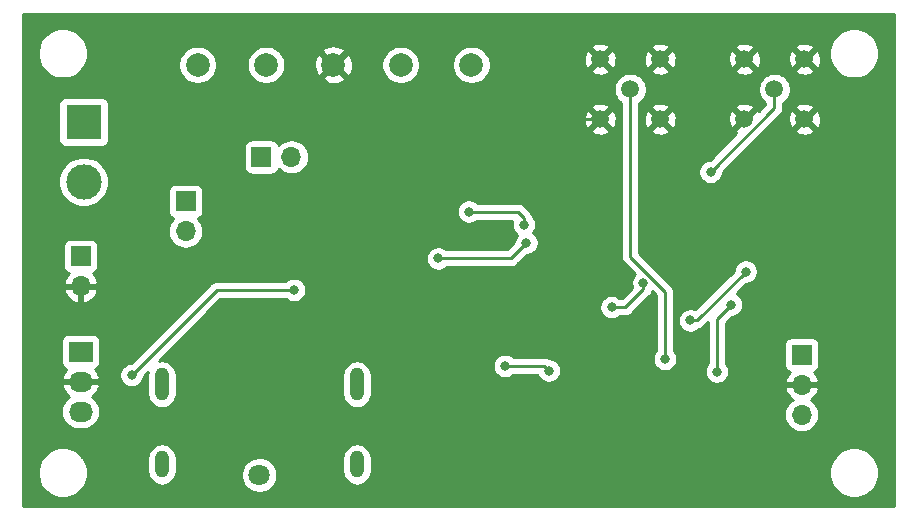
<source format=gbl>
G04 #@! TF.GenerationSoftware,KiCad,Pcbnew,(5.1.4-0-10_14)*
G04 #@! TF.CreationDate,2020-03-06T13:13:34+09:00*
G04 #@! TF.ProjectId,ReadoutBoard_v3_2,52656164-6f75-4744-926f-6172645f7633,rev?*
G04 #@! TF.SameCoordinates,Original*
G04 #@! TF.FileFunction,Copper,L2,Bot*
G04 #@! TF.FilePolarity,Positive*
%FSLAX46Y46*%
G04 Gerber Fmt 4.6, Leading zero omitted, Abs format (unit mm)*
G04 Created by KiCad (PCBNEW (5.1.4-0-10_14)) date 2020-03-06 13:13:34*
%MOMM*%
%LPD*%
G04 APERTURE LIST*
%ADD10O,1.200000X2.300000*%
%ADD11O,1.200000X2.800000*%
%ADD12C,1.800000*%
%ADD13R,1.700000X1.700000*%
%ADD14O,1.700000X1.700000*%
%ADD15R,3.000000X3.000000*%
%ADD16C,3.000000*%
%ADD17R,2.030000X1.730000*%
%ADD18O,2.030000X1.730000*%
%ADD19C,1.500000*%
%ADD20C,2.000000*%
%ADD21C,0.800000*%
%ADD22C,0.250000*%
%ADD23C,0.254000*%
G04 APERTURE END LIST*
D10*
X110393400Y-119810000D03*
D11*
X126903400Y-113030000D03*
D12*
X118643400Y-120710000D03*
D11*
X110393400Y-113030000D03*
D10*
X126903400Y-119810000D03*
D13*
X112395000Y-97523300D03*
D14*
X112395000Y-100063300D03*
D13*
X118808500Y-93776800D03*
D14*
X121348500Y-93776800D03*
D15*
X103759000Y-90805000D03*
D16*
X103759000Y-95885000D03*
D17*
X103505000Y-110261400D03*
D18*
X103505000Y-112801400D03*
X103505000Y-115341400D03*
D19*
X159715200Y-90576400D03*
X159715200Y-85496400D03*
X164795200Y-85496400D03*
X164795200Y-90576400D03*
X162255200Y-88036400D03*
X150037800Y-88036400D03*
X152577800Y-90576400D03*
X152577800Y-85496400D03*
X147497800Y-85496400D03*
X147497800Y-90576400D03*
D14*
X103505000Y-104711500D03*
D13*
X103505000Y-102171500D03*
X164566600Y-110515400D03*
D14*
X164566600Y-113055400D03*
X164566600Y-115595400D03*
D20*
X113411000Y-85979000D03*
X119202200Y-85979000D03*
X124917200Y-85979000D03*
X130606800Y-85979000D03*
X136601200Y-85979000D03*
D21*
X140152002Y-115067198D03*
X143052800Y-114554000D03*
X141401800Y-87172800D03*
X124256800Y-98450400D03*
X159410400Y-98044000D03*
X160401000Y-100406200D03*
X155117800Y-107619800D03*
X159823685Y-103479600D03*
X133781800Y-102362000D03*
X141249400Y-101041200D03*
X121564400Y-105029000D03*
X107823000Y-112242600D03*
X157378400Y-111960200D03*
X158597600Y-106273600D03*
X141046200Y-99508100D03*
X136372600Y-98399600D03*
X156845000Y-95046800D03*
X152984200Y-110871000D03*
X151155400Y-104419400D03*
X148463000Y-106502200D03*
X143154400Y-111861600D03*
X139427001Y-111461601D03*
D22*
X140152002Y-115067198D02*
X142539602Y-115067198D01*
X142539602Y-115067198D02*
X143052800Y-114554000D01*
X143052800Y-114554000D02*
X143052800Y-114554000D01*
X141401800Y-87172800D02*
X139877800Y-87172800D01*
X139877800Y-87172800D02*
X137998200Y-89052400D01*
X137998200Y-89052400D02*
X137998200Y-89712800D01*
X137998200Y-89712800D02*
X139217400Y-90932000D01*
X139573000Y-90576400D02*
X147497800Y-90576400D01*
X139217400Y-90932000D02*
X139573000Y-90576400D01*
X123917201Y-86978999D02*
X123917201Y-87080599D01*
X124917200Y-85979000D02*
X123917201Y-86978999D01*
X123917201Y-87080599D02*
X124333000Y-87496398D01*
X124333000Y-87496398D02*
X124333000Y-97586800D01*
X124256800Y-98450400D02*
X124256800Y-98450400D01*
X159810399Y-98443999D02*
X159810399Y-99815599D01*
X159410400Y-98044000D02*
X159810399Y-98443999D01*
X159810399Y-99815599D02*
X160401000Y-100406200D01*
X160401000Y-100406200D02*
X160401000Y-100406200D01*
X124256800Y-97663000D02*
X124256800Y-98450400D01*
X124333000Y-97586800D02*
X124256800Y-97663000D01*
X155683485Y-107619800D02*
X159823685Y-103479600D01*
X155117800Y-107619800D02*
X155683485Y-107619800D01*
X159823685Y-103479600D02*
X159823685Y-103479600D01*
X133781800Y-102362000D02*
X139928600Y-102362000D01*
X139928600Y-102362000D02*
X141249400Y-101041200D01*
X141249400Y-101041200D02*
X141249400Y-101041200D01*
X121564400Y-105029000D02*
X121564400Y-105029000D01*
X115036600Y-105029000D02*
X107823000Y-112242600D01*
X121564400Y-105029000D02*
X115036600Y-105029000D01*
X157378400Y-111960200D02*
X157378400Y-107492800D01*
X157378400Y-107492800D02*
X158597600Y-106273600D01*
X158597600Y-106273600D02*
X158597600Y-106273600D01*
X141046200Y-98942415D02*
X140503385Y-98399600D01*
X141046200Y-99508100D02*
X141046200Y-98942415D01*
X140503385Y-98399600D02*
X136728200Y-98399600D01*
X136728200Y-98399600D02*
X136372600Y-98399600D01*
X136372600Y-98399600D02*
X136372600Y-98399600D01*
X162255200Y-89636600D02*
X156845000Y-95046800D01*
X162255200Y-88036400D02*
X162255200Y-89636600D01*
X152984200Y-110305315D02*
X152984200Y-110871000D01*
X152984200Y-105175198D02*
X152984200Y-110305315D01*
X150037800Y-102228798D02*
X152984200Y-105175198D01*
X150037800Y-88036400D02*
X150037800Y-102228798D01*
X151155400Y-104985085D02*
X149638285Y-106502200D01*
X151155400Y-104419400D02*
X151155400Y-104985085D01*
X149638285Y-106502200D02*
X149098000Y-106502200D01*
X149098000Y-106502200D02*
X148463000Y-106502200D01*
X148463000Y-106502200D02*
X148463000Y-106502200D01*
X142754401Y-111461601D02*
X139427001Y-111461601D01*
X143154400Y-111861600D02*
X142754401Y-111461601D01*
X139427001Y-111461601D02*
X139427001Y-111461601D01*
D23*
G36*
X172340001Y-123340000D02*
G01*
X98660000Y-123340000D01*
X98660000Y-120300521D01*
X99865000Y-120300521D01*
X99865000Y-120721079D01*
X99947047Y-121133556D01*
X100107988Y-121522102D01*
X100341637Y-121871783D01*
X100639017Y-122169163D01*
X100988698Y-122402812D01*
X101377244Y-122563753D01*
X101789721Y-122645800D01*
X102210279Y-122645800D01*
X102622756Y-122563753D01*
X103011302Y-122402812D01*
X103360983Y-122169163D01*
X103658363Y-121871783D01*
X103892012Y-121522102D01*
X104052953Y-121133556D01*
X104135000Y-120721079D01*
X104135000Y-120300521D01*
X104052953Y-119888044D01*
X103892012Y-119499498D01*
X103691451Y-119199336D01*
X109158400Y-119199336D01*
X109158400Y-120420665D01*
X109176270Y-120602102D01*
X109246889Y-120834901D01*
X109361568Y-121049449D01*
X109515899Y-121237502D01*
X109703952Y-121391833D01*
X109918500Y-121506511D01*
X110151299Y-121577130D01*
X110393400Y-121600975D01*
X110635502Y-121577130D01*
X110868301Y-121506511D01*
X111082849Y-121391833D01*
X111270902Y-121237502D01*
X111425233Y-121049449D01*
X111539911Y-120834901D01*
X111610530Y-120602102D01*
X111614793Y-120558816D01*
X117108400Y-120558816D01*
X117108400Y-120861184D01*
X117167389Y-121157743D01*
X117283101Y-121437095D01*
X117451088Y-121688505D01*
X117664895Y-121902312D01*
X117916305Y-122070299D01*
X118195657Y-122186011D01*
X118492216Y-122245000D01*
X118794584Y-122245000D01*
X119091143Y-122186011D01*
X119370495Y-122070299D01*
X119621905Y-121902312D01*
X119835712Y-121688505D01*
X120003699Y-121437095D01*
X120119411Y-121157743D01*
X120178400Y-120861184D01*
X120178400Y-120558816D01*
X120119411Y-120262257D01*
X120003699Y-119982905D01*
X119835712Y-119731495D01*
X119621905Y-119517688D01*
X119370495Y-119349701D01*
X119091143Y-119233989D01*
X118916930Y-119199336D01*
X125668400Y-119199336D01*
X125668400Y-120420665D01*
X125686270Y-120602102D01*
X125756889Y-120834901D01*
X125871568Y-121049449D01*
X126025899Y-121237502D01*
X126213952Y-121391833D01*
X126428500Y-121506511D01*
X126661299Y-121577130D01*
X126903400Y-121600975D01*
X127145502Y-121577130D01*
X127378301Y-121506511D01*
X127592849Y-121391833D01*
X127780902Y-121237502D01*
X127935233Y-121049449D01*
X128049911Y-120834901D01*
X128120530Y-120602102D01*
X128138400Y-120420665D01*
X128138400Y-120300521D01*
X166865000Y-120300521D01*
X166865000Y-120721079D01*
X166947047Y-121133556D01*
X167107988Y-121522102D01*
X167341637Y-121871783D01*
X167639017Y-122169163D01*
X167988698Y-122402812D01*
X168377244Y-122563753D01*
X168789721Y-122645800D01*
X169210279Y-122645800D01*
X169622756Y-122563753D01*
X170011302Y-122402812D01*
X170360983Y-122169163D01*
X170658363Y-121871783D01*
X170892012Y-121522102D01*
X171052953Y-121133556D01*
X171135000Y-120721079D01*
X171135000Y-120300521D01*
X171052953Y-119888044D01*
X170892012Y-119499498D01*
X170658363Y-119149817D01*
X170360983Y-118852437D01*
X170011302Y-118618788D01*
X169622756Y-118457847D01*
X169210279Y-118375800D01*
X168789721Y-118375800D01*
X168377244Y-118457847D01*
X167988698Y-118618788D01*
X167639017Y-118852437D01*
X167341637Y-119149817D01*
X167107988Y-119499498D01*
X166947047Y-119888044D01*
X166865000Y-120300521D01*
X128138400Y-120300521D01*
X128138400Y-119199335D01*
X128120530Y-119017898D01*
X128049911Y-118785099D01*
X127935233Y-118570551D01*
X127780902Y-118382498D01*
X127592848Y-118228167D01*
X127378300Y-118113489D01*
X127145501Y-118042870D01*
X126903400Y-118019025D01*
X126661298Y-118042870D01*
X126428499Y-118113489D01*
X126213951Y-118228167D01*
X126025898Y-118382498D01*
X125871567Y-118570552D01*
X125756889Y-118785100D01*
X125686270Y-119017899D01*
X125668400Y-119199336D01*
X118916930Y-119199336D01*
X118794584Y-119175000D01*
X118492216Y-119175000D01*
X118195657Y-119233989D01*
X117916305Y-119349701D01*
X117664895Y-119517688D01*
X117451088Y-119731495D01*
X117283101Y-119982905D01*
X117167389Y-120262257D01*
X117108400Y-120558816D01*
X111614793Y-120558816D01*
X111628400Y-120420665D01*
X111628400Y-119199335D01*
X111610530Y-119017898D01*
X111539911Y-118785099D01*
X111425233Y-118570551D01*
X111270902Y-118382498D01*
X111082848Y-118228167D01*
X110868300Y-118113489D01*
X110635501Y-118042870D01*
X110393400Y-118019025D01*
X110151298Y-118042870D01*
X109918499Y-118113489D01*
X109703951Y-118228167D01*
X109515898Y-118382498D01*
X109361567Y-118570552D01*
X109246889Y-118785100D01*
X109176270Y-119017899D01*
X109158400Y-119199336D01*
X103691451Y-119199336D01*
X103658363Y-119149817D01*
X103360983Y-118852437D01*
X103011302Y-118618788D01*
X102622756Y-118457847D01*
X102210279Y-118375800D01*
X101789721Y-118375800D01*
X101377244Y-118457847D01*
X100988698Y-118618788D01*
X100639017Y-118852437D01*
X100341637Y-119149817D01*
X100107988Y-119499498D01*
X99947047Y-119888044D01*
X99865000Y-120300521D01*
X98660000Y-120300521D01*
X98660000Y-115341400D01*
X101847743Y-115341400D01*
X101876705Y-115635451D01*
X101962476Y-115918202D01*
X102101762Y-116178787D01*
X102289208Y-116407192D01*
X102517613Y-116594638D01*
X102778198Y-116733924D01*
X103060949Y-116819695D01*
X103281320Y-116841400D01*
X103728680Y-116841400D01*
X103949051Y-116819695D01*
X104231802Y-116733924D01*
X104492387Y-116594638D01*
X104720792Y-116407192D01*
X104908238Y-116178787D01*
X105047524Y-115918202D01*
X105133295Y-115635451D01*
X105137239Y-115595400D01*
X163074415Y-115595400D01*
X163103087Y-115886511D01*
X163188001Y-116166434D01*
X163325894Y-116424414D01*
X163511466Y-116650534D01*
X163737586Y-116836106D01*
X163995566Y-116973999D01*
X164275489Y-117058913D01*
X164493650Y-117080400D01*
X164639550Y-117080400D01*
X164857711Y-117058913D01*
X165137634Y-116973999D01*
X165395614Y-116836106D01*
X165621734Y-116650534D01*
X165807306Y-116424414D01*
X165945199Y-116166434D01*
X166030113Y-115886511D01*
X166058785Y-115595400D01*
X166030113Y-115304289D01*
X165945199Y-115024366D01*
X165807306Y-114766386D01*
X165621734Y-114540266D01*
X165395614Y-114354694D01*
X165331077Y-114320199D01*
X165447955Y-114250578D01*
X165664188Y-114055669D01*
X165838241Y-113822320D01*
X165963425Y-113559499D01*
X166008076Y-113412290D01*
X165886755Y-113182400D01*
X164693600Y-113182400D01*
X164693600Y-113202400D01*
X164439600Y-113202400D01*
X164439600Y-113182400D01*
X163246445Y-113182400D01*
X163125124Y-113412290D01*
X163169775Y-113559499D01*
X163294959Y-113822320D01*
X163469012Y-114055669D01*
X163685245Y-114250578D01*
X163802123Y-114320199D01*
X163737586Y-114354694D01*
X163511466Y-114540266D01*
X163325894Y-114766386D01*
X163188001Y-115024366D01*
X163103087Y-115304289D01*
X163074415Y-115595400D01*
X105137239Y-115595400D01*
X105162257Y-115341400D01*
X105133295Y-115047349D01*
X105047524Y-114764598D01*
X104908238Y-114504013D01*
X104720792Y-114275608D01*
X104492387Y-114088162D01*
X104454297Y-114067802D01*
X104656972Y-113919210D01*
X104855793Y-113702257D01*
X105008469Y-113450684D01*
X105109131Y-113174159D01*
X105111346Y-113160646D01*
X104990224Y-112928400D01*
X103632000Y-112928400D01*
X103632000Y-112948400D01*
X103378000Y-112948400D01*
X103378000Y-112928400D01*
X102019776Y-112928400D01*
X101898654Y-113160646D01*
X101900869Y-113174159D01*
X102001531Y-113450684D01*
X102154207Y-113702257D01*
X102353028Y-113919210D01*
X102555703Y-114067802D01*
X102517613Y-114088162D01*
X102289208Y-114275608D01*
X102101762Y-114504013D01*
X101962476Y-114764598D01*
X101876705Y-115047349D01*
X101847743Y-115341400D01*
X98660000Y-115341400D01*
X98660000Y-109396400D01*
X101851928Y-109396400D01*
X101851928Y-111126400D01*
X101864188Y-111250882D01*
X101900498Y-111370580D01*
X101959463Y-111480894D01*
X102038815Y-111577585D01*
X102135506Y-111656937D01*
X102245820Y-111715902D01*
X102306537Y-111734320D01*
X102154207Y-111900543D01*
X102001531Y-112152116D01*
X101900869Y-112428641D01*
X101898654Y-112442154D01*
X102019776Y-112674400D01*
X103378000Y-112674400D01*
X103378000Y-112654400D01*
X103632000Y-112654400D01*
X103632000Y-112674400D01*
X104990224Y-112674400D01*
X105111346Y-112442154D01*
X105109131Y-112428641D01*
X105008469Y-112152116D01*
X105001518Y-112140661D01*
X106788000Y-112140661D01*
X106788000Y-112344539D01*
X106827774Y-112544498D01*
X106905795Y-112732856D01*
X107019063Y-112902374D01*
X107163226Y-113046537D01*
X107332744Y-113159805D01*
X107521102Y-113237826D01*
X107721061Y-113277600D01*
X107924939Y-113277600D01*
X108124898Y-113237826D01*
X108313256Y-113159805D01*
X108482774Y-113046537D01*
X108626937Y-112902374D01*
X108740205Y-112732856D01*
X108818226Y-112544498D01*
X108858000Y-112344539D01*
X108858000Y-112282401D01*
X109186619Y-111953782D01*
X109176270Y-111987899D01*
X109158400Y-112169336D01*
X109158400Y-113890665D01*
X109176270Y-114072102D01*
X109246890Y-114304901D01*
X109361568Y-114519449D01*
X109515899Y-114707502D01*
X109703952Y-114861833D01*
X109918500Y-114976511D01*
X110151299Y-115047130D01*
X110393400Y-115070975D01*
X110635502Y-115047130D01*
X110868301Y-114976511D01*
X111082849Y-114861833D01*
X111270902Y-114707502D01*
X111425233Y-114519449D01*
X111539911Y-114304901D01*
X111610530Y-114072102D01*
X111628400Y-113890665D01*
X111628400Y-112169336D01*
X125668400Y-112169336D01*
X125668400Y-113890665D01*
X125686270Y-114072102D01*
X125756890Y-114304901D01*
X125871568Y-114519449D01*
X126025899Y-114707502D01*
X126213952Y-114861833D01*
X126428500Y-114976511D01*
X126661299Y-115047130D01*
X126903400Y-115070975D01*
X127145502Y-115047130D01*
X127378301Y-114976511D01*
X127592849Y-114861833D01*
X127780902Y-114707502D01*
X127935233Y-114519449D01*
X128049911Y-114304901D01*
X128120530Y-114072102D01*
X128138400Y-113890665D01*
X128138400Y-112169335D01*
X128120530Y-111987898D01*
X128049911Y-111755099D01*
X127935233Y-111540551D01*
X127786782Y-111359662D01*
X138392001Y-111359662D01*
X138392001Y-111563540D01*
X138431775Y-111763499D01*
X138509796Y-111951857D01*
X138623064Y-112121375D01*
X138767227Y-112265538D01*
X138936745Y-112378806D01*
X139125103Y-112456827D01*
X139325062Y-112496601D01*
X139528940Y-112496601D01*
X139728899Y-112456827D01*
X139917257Y-112378806D01*
X140086775Y-112265538D01*
X140130712Y-112221601D01*
X142183241Y-112221601D01*
X142237195Y-112351856D01*
X142350463Y-112521374D01*
X142494626Y-112665537D01*
X142664144Y-112778805D01*
X142852502Y-112856826D01*
X143052461Y-112896600D01*
X143256339Y-112896600D01*
X143456298Y-112856826D01*
X143644656Y-112778805D01*
X143814174Y-112665537D01*
X143958337Y-112521374D01*
X144071605Y-112351856D01*
X144149626Y-112163498D01*
X144189400Y-111963539D01*
X144189400Y-111759661D01*
X144149626Y-111559702D01*
X144071605Y-111371344D01*
X143958337Y-111201826D01*
X143814174Y-111057663D01*
X143644656Y-110944395D01*
X143456298Y-110866374D01*
X143256339Y-110826600D01*
X143178626Y-110826600D01*
X143046648Y-110756055D01*
X142903387Y-110712598D01*
X142791734Y-110701601D01*
X142791723Y-110701601D01*
X142754401Y-110697925D01*
X142717079Y-110701601D01*
X140130712Y-110701601D01*
X140086775Y-110657664D01*
X139917257Y-110544396D01*
X139728899Y-110466375D01*
X139528940Y-110426601D01*
X139325062Y-110426601D01*
X139125103Y-110466375D01*
X138936745Y-110544396D01*
X138767227Y-110657664D01*
X138623064Y-110801827D01*
X138509796Y-110971345D01*
X138431775Y-111159703D01*
X138392001Y-111359662D01*
X127786782Y-111359662D01*
X127780902Y-111352498D01*
X127592848Y-111198167D01*
X127378300Y-111083489D01*
X127145501Y-111012870D01*
X126903400Y-110989025D01*
X126661298Y-111012870D01*
X126428499Y-111083489D01*
X126213951Y-111198167D01*
X126025898Y-111352498D01*
X125871567Y-111540552D01*
X125756889Y-111755100D01*
X125686270Y-111987899D01*
X125668400Y-112169336D01*
X111628400Y-112169336D01*
X111628400Y-112169335D01*
X111610530Y-111987898D01*
X111539911Y-111755099D01*
X111425233Y-111540551D01*
X111270902Y-111352498D01*
X111082848Y-111198167D01*
X110868300Y-111083489D01*
X110635501Y-111012870D01*
X110393400Y-110989025D01*
X110151298Y-111012870D01*
X110117182Y-111023219D01*
X114740140Y-106400261D01*
X147428000Y-106400261D01*
X147428000Y-106604139D01*
X147467774Y-106804098D01*
X147545795Y-106992456D01*
X147659063Y-107161974D01*
X147803226Y-107306137D01*
X147972744Y-107419405D01*
X148161102Y-107497426D01*
X148361061Y-107537200D01*
X148564939Y-107537200D01*
X148764898Y-107497426D01*
X148953256Y-107419405D01*
X149122774Y-107306137D01*
X149166711Y-107262200D01*
X149600963Y-107262200D01*
X149638285Y-107265876D01*
X149675607Y-107262200D01*
X149675618Y-107262200D01*
X149787271Y-107251203D01*
X149930532Y-107207746D01*
X150062561Y-107137174D01*
X150178286Y-107042201D01*
X150202089Y-107013197D01*
X151666403Y-105548884D01*
X151695401Y-105525086D01*
X151790374Y-105409361D01*
X151860946Y-105277332D01*
X151895994Y-105161793D01*
X152224200Y-105490000D01*
X152224201Y-110167288D01*
X152180263Y-110211226D01*
X152066995Y-110380744D01*
X151988974Y-110569102D01*
X151949200Y-110769061D01*
X151949200Y-110972939D01*
X151988974Y-111172898D01*
X152066995Y-111361256D01*
X152180263Y-111530774D01*
X152324426Y-111674937D01*
X152493944Y-111788205D01*
X152682302Y-111866226D01*
X152882261Y-111906000D01*
X153086139Y-111906000D01*
X153286098Y-111866226D01*
X153474456Y-111788205D01*
X153643974Y-111674937D01*
X153788137Y-111530774D01*
X153901405Y-111361256D01*
X153979426Y-111172898D01*
X154019200Y-110972939D01*
X154019200Y-110769061D01*
X153979426Y-110569102D01*
X153901405Y-110380744D01*
X153788137Y-110211226D01*
X153744200Y-110167289D01*
X153744200Y-107517861D01*
X154082800Y-107517861D01*
X154082800Y-107721739D01*
X154122574Y-107921698D01*
X154200595Y-108110056D01*
X154313863Y-108279574D01*
X154458026Y-108423737D01*
X154627544Y-108537005D01*
X154815902Y-108615026D01*
X155015861Y-108654800D01*
X155219739Y-108654800D01*
X155419698Y-108615026D01*
X155608056Y-108537005D01*
X155777574Y-108423737D01*
X155832524Y-108368787D01*
X155975732Y-108325346D01*
X156107761Y-108254774D01*
X156223486Y-108159801D01*
X156247289Y-108130797D01*
X156618401Y-107759685D01*
X156618400Y-111256489D01*
X156574463Y-111300426D01*
X156461195Y-111469944D01*
X156383174Y-111658302D01*
X156343400Y-111858261D01*
X156343400Y-112062139D01*
X156383174Y-112262098D01*
X156461195Y-112450456D01*
X156574463Y-112619974D01*
X156718626Y-112764137D01*
X156888144Y-112877405D01*
X157076502Y-112955426D01*
X157276461Y-112995200D01*
X157480339Y-112995200D01*
X157680298Y-112955426D01*
X157868656Y-112877405D01*
X158038174Y-112764137D01*
X158182337Y-112619974D01*
X158295605Y-112450456D01*
X158373626Y-112262098D01*
X158413400Y-112062139D01*
X158413400Y-111858261D01*
X158373626Y-111658302D01*
X158295605Y-111469944D01*
X158182337Y-111300426D01*
X158138400Y-111256489D01*
X158138400Y-109665400D01*
X163078528Y-109665400D01*
X163078528Y-111365400D01*
X163090788Y-111489882D01*
X163127098Y-111609580D01*
X163186063Y-111719894D01*
X163265415Y-111816585D01*
X163362106Y-111895937D01*
X163472420Y-111954902D01*
X163553066Y-111979366D01*
X163469012Y-112055131D01*
X163294959Y-112288480D01*
X163169775Y-112551301D01*
X163125124Y-112698510D01*
X163246445Y-112928400D01*
X164439600Y-112928400D01*
X164439600Y-112908400D01*
X164693600Y-112908400D01*
X164693600Y-112928400D01*
X165886755Y-112928400D01*
X166008076Y-112698510D01*
X165963425Y-112551301D01*
X165838241Y-112288480D01*
X165664188Y-112055131D01*
X165580134Y-111979366D01*
X165660780Y-111954902D01*
X165771094Y-111895937D01*
X165867785Y-111816585D01*
X165947137Y-111719894D01*
X166006102Y-111609580D01*
X166042412Y-111489882D01*
X166054672Y-111365400D01*
X166054672Y-109665400D01*
X166042412Y-109540918D01*
X166006102Y-109421220D01*
X165947137Y-109310906D01*
X165867785Y-109214215D01*
X165771094Y-109134863D01*
X165660780Y-109075898D01*
X165541082Y-109039588D01*
X165416600Y-109027328D01*
X163716600Y-109027328D01*
X163592118Y-109039588D01*
X163472420Y-109075898D01*
X163362106Y-109134863D01*
X163265415Y-109214215D01*
X163186063Y-109310906D01*
X163127098Y-109421220D01*
X163090788Y-109540918D01*
X163078528Y-109665400D01*
X158138400Y-109665400D01*
X158138400Y-107807601D01*
X158637402Y-107308600D01*
X158699539Y-107308600D01*
X158899498Y-107268826D01*
X159087856Y-107190805D01*
X159257374Y-107077537D01*
X159401537Y-106933374D01*
X159514805Y-106763856D01*
X159592826Y-106575498D01*
X159632600Y-106375539D01*
X159632600Y-106171661D01*
X159592826Y-105971702D01*
X159514805Y-105783344D01*
X159401537Y-105613826D01*
X159257374Y-105469663D01*
X159087856Y-105356395D01*
X159041071Y-105337016D01*
X159863487Y-104514600D01*
X159925624Y-104514600D01*
X160125583Y-104474826D01*
X160313941Y-104396805D01*
X160483459Y-104283537D01*
X160627622Y-104139374D01*
X160740890Y-103969856D01*
X160818911Y-103781498D01*
X160858685Y-103581539D01*
X160858685Y-103377661D01*
X160818911Y-103177702D01*
X160740890Y-102989344D01*
X160627622Y-102819826D01*
X160483459Y-102675663D01*
X160313941Y-102562395D01*
X160125583Y-102484374D01*
X159925624Y-102444600D01*
X159721746Y-102444600D01*
X159521787Y-102484374D01*
X159333429Y-102562395D01*
X159163911Y-102675663D01*
X159019748Y-102819826D01*
X158906480Y-102989344D01*
X158828459Y-103177702D01*
X158788685Y-103377661D01*
X158788685Y-103439798D01*
X155549955Y-106678529D01*
X155419698Y-106624574D01*
X155219739Y-106584800D01*
X155015861Y-106584800D01*
X154815902Y-106624574D01*
X154627544Y-106702595D01*
X154458026Y-106815863D01*
X154313863Y-106960026D01*
X154200595Y-107129544D01*
X154122574Y-107317902D01*
X154082800Y-107517861D01*
X153744200Y-107517861D01*
X153744200Y-105212521D01*
X153747876Y-105175198D01*
X153744200Y-105137875D01*
X153744200Y-105137865D01*
X153733203Y-105026212D01*
X153689746Y-104882951D01*
X153619174Y-104750922D01*
X153524201Y-104635197D01*
X153495204Y-104611400D01*
X150797800Y-101913997D01*
X150797800Y-94944861D01*
X155810000Y-94944861D01*
X155810000Y-95148739D01*
X155849774Y-95348698D01*
X155927795Y-95537056D01*
X156041063Y-95706574D01*
X156185226Y-95850737D01*
X156354744Y-95964005D01*
X156543102Y-96042026D01*
X156743061Y-96081800D01*
X156946939Y-96081800D01*
X157146898Y-96042026D01*
X157335256Y-95964005D01*
X157504774Y-95850737D01*
X157648937Y-95706574D01*
X157762205Y-95537056D01*
X157840226Y-95348698D01*
X157880000Y-95148739D01*
X157880000Y-95086601D01*
X161433208Y-91533393D01*
X164017812Y-91533393D01*
X164083337Y-91772260D01*
X164330316Y-91888160D01*
X164595160Y-91953650D01*
X164867692Y-91966212D01*
X165137438Y-91925365D01*
X165394032Y-91832677D01*
X165507063Y-91772260D01*
X165572588Y-91533393D01*
X164795200Y-90756005D01*
X164017812Y-91533393D01*
X161433208Y-91533393D01*
X162317709Y-90648892D01*
X163405388Y-90648892D01*
X163446235Y-90918638D01*
X163538923Y-91175232D01*
X163599340Y-91288263D01*
X163838207Y-91353788D01*
X164615595Y-90576400D01*
X164974805Y-90576400D01*
X165752193Y-91353788D01*
X165991060Y-91288263D01*
X166106960Y-91041284D01*
X166172450Y-90776440D01*
X166185012Y-90503908D01*
X166144165Y-90234162D01*
X166051477Y-89977568D01*
X165991060Y-89864537D01*
X165752193Y-89799012D01*
X164974805Y-90576400D01*
X164615595Y-90576400D01*
X163838207Y-89799012D01*
X163599340Y-89864537D01*
X163483440Y-90111516D01*
X163417950Y-90376360D01*
X163405388Y-90648892D01*
X162317709Y-90648892D01*
X162766203Y-90200399D01*
X162795201Y-90176601D01*
X162890174Y-90060876D01*
X162960746Y-89928847D01*
X163004203Y-89785586D01*
X163015200Y-89673933D01*
X163015200Y-89673924D01*
X163018876Y-89636601D01*
X163017183Y-89619407D01*
X164017812Y-89619407D01*
X164795200Y-90396795D01*
X165572588Y-89619407D01*
X165507063Y-89380540D01*
X165260084Y-89264640D01*
X164995240Y-89199150D01*
X164722708Y-89186588D01*
X164452962Y-89227435D01*
X164196368Y-89320123D01*
X164083337Y-89380540D01*
X164017812Y-89619407D01*
X163017183Y-89619407D01*
X163015200Y-89599278D01*
X163015200Y-89194309D01*
X163138086Y-89112199D01*
X163330999Y-88919286D01*
X163482571Y-88692443D01*
X163586975Y-88440389D01*
X163640200Y-88172811D01*
X163640200Y-87899989D01*
X163586975Y-87632411D01*
X163482571Y-87380357D01*
X163330999Y-87153514D01*
X163138086Y-86960601D01*
X162911243Y-86809029D01*
X162659189Y-86704625D01*
X162391611Y-86651400D01*
X162118789Y-86651400D01*
X161851211Y-86704625D01*
X161599157Y-86809029D01*
X161372314Y-86960601D01*
X161179401Y-87153514D01*
X161027829Y-87380357D01*
X160923425Y-87632411D01*
X160870200Y-87899989D01*
X160870200Y-88172811D01*
X160923425Y-88440389D01*
X161027829Y-88692443D01*
X161179401Y-88919286D01*
X161372314Y-89112199D01*
X161495201Y-89194309D01*
X161495201Y-89321797D01*
X160925481Y-89891517D01*
X160911060Y-89864537D01*
X160672193Y-89799012D01*
X159894805Y-90576400D01*
X159908948Y-90590543D01*
X159729343Y-90770148D01*
X159715200Y-90756005D01*
X158937812Y-91533393D01*
X159003337Y-91772260D01*
X159031515Y-91785483D01*
X156805199Y-94011800D01*
X156743061Y-94011800D01*
X156543102Y-94051574D01*
X156354744Y-94129595D01*
X156185226Y-94242863D01*
X156041063Y-94387026D01*
X155927795Y-94556544D01*
X155849774Y-94744902D01*
X155810000Y-94944861D01*
X150797800Y-94944861D01*
X150797800Y-91533393D01*
X151800412Y-91533393D01*
X151865937Y-91772260D01*
X152112916Y-91888160D01*
X152377760Y-91953650D01*
X152650292Y-91966212D01*
X152920038Y-91925365D01*
X153176632Y-91832677D01*
X153289663Y-91772260D01*
X153355188Y-91533393D01*
X152577800Y-90756005D01*
X151800412Y-91533393D01*
X150797800Y-91533393D01*
X150797800Y-90648892D01*
X151187988Y-90648892D01*
X151228835Y-90918638D01*
X151321523Y-91175232D01*
X151381940Y-91288263D01*
X151620807Y-91353788D01*
X152398195Y-90576400D01*
X152757405Y-90576400D01*
X153534793Y-91353788D01*
X153773660Y-91288263D01*
X153889560Y-91041284D01*
X153955050Y-90776440D01*
X153960929Y-90648892D01*
X158325388Y-90648892D01*
X158366235Y-90918638D01*
X158458923Y-91175232D01*
X158519340Y-91288263D01*
X158758207Y-91353788D01*
X159535595Y-90576400D01*
X158758207Y-89799012D01*
X158519340Y-89864537D01*
X158403440Y-90111516D01*
X158337950Y-90376360D01*
X158325388Y-90648892D01*
X153960929Y-90648892D01*
X153967612Y-90503908D01*
X153926765Y-90234162D01*
X153834077Y-89977568D01*
X153773660Y-89864537D01*
X153534793Y-89799012D01*
X152757405Y-90576400D01*
X152398195Y-90576400D01*
X151620807Y-89799012D01*
X151381940Y-89864537D01*
X151266040Y-90111516D01*
X151200550Y-90376360D01*
X151187988Y-90648892D01*
X150797800Y-90648892D01*
X150797800Y-89619407D01*
X151800412Y-89619407D01*
X152577800Y-90396795D01*
X153355188Y-89619407D01*
X158937812Y-89619407D01*
X159715200Y-90396795D01*
X160492588Y-89619407D01*
X160427063Y-89380540D01*
X160180084Y-89264640D01*
X159915240Y-89199150D01*
X159642708Y-89186588D01*
X159372962Y-89227435D01*
X159116368Y-89320123D01*
X159003337Y-89380540D01*
X158937812Y-89619407D01*
X153355188Y-89619407D01*
X153289663Y-89380540D01*
X153042684Y-89264640D01*
X152777840Y-89199150D01*
X152505308Y-89186588D01*
X152235562Y-89227435D01*
X151978968Y-89320123D01*
X151865937Y-89380540D01*
X151800412Y-89619407D01*
X150797800Y-89619407D01*
X150797800Y-89194309D01*
X150920686Y-89112199D01*
X151113599Y-88919286D01*
X151265171Y-88692443D01*
X151369575Y-88440389D01*
X151422800Y-88172811D01*
X151422800Y-87899989D01*
X151369575Y-87632411D01*
X151265171Y-87380357D01*
X151113599Y-87153514D01*
X150920686Y-86960601D01*
X150693843Y-86809029D01*
X150441789Y-86704625D01*
X150174211Y-86651400D01*
X149901389Y-86651400D01*
X149633811Y-86704625D01*
X149381757Y-86809029D01*
X149154914Y-86960601D01*
X148962001Y-87153514D01*
X148810429Y-87380357D01*
X148706025Y-87632411D01*
X148652800Y-87899989D01*
X148652800Y-88172811D01*
X148706025Y-88440389D01*
X148810429Y-88692443D01*
X148962001Y-88919286D01*
X149154914Y-89112199D01*
X149277800Y-89194309D01*
X149277801Y-102191466D01*
X149274124Y-102228798D01*
X149288798Y-102377783D01*
X149332254Y-102521044D01*
X149402826Y-102653074D01*
X149457423Y-102719600D01*
X149497800Y-102768799D01*
X149526798Y-102792597D01*
X150422645Y-103688444D01*
X150351463Y-103759626D01*
X150238195Y-103929144D01*
X150160174Y-104117502D01*
X150120400Y-104317461D01*
X150120400Y-104521339D01*
X150160174Y-104721298D01*
X150214129Y-104851555D01*
X149323484Y-105742200D01*
X149166711Y-105742200D01*
X149122774Y-105698263D01*
X148953256Y-105584995D01*
X148764898Y-105506974D01*
X148564939Y-105467200D01*
X148361061Y-105467200D01*
X148161102Y-105506974D01*
X147972744Y-105584995D01*
X147803226Y-105698263D01*
X147659063Y-105842426D01*
X147545795Y-106011944D01*
X147467774Y-106200302D01*
X147428000Y-106400261D01*
X114740140Y-106400261D01*
X115351402Y-105789000D01*
X120860689Y-105789000D01*
X120904626Y-105832937D01*
X121074144Y-105946205D01*
X121262502Y-106024226D01*
X121462461Y-106064000D01*
X121666339Y-106064000D01*
X121866298Y-106024226D01*
X122054656Y-105946205D01*
X122224174Y-105832937D01*
X122368337Y-105688774D01*
X122481605Y-105519256D01*
X122559626Y-105330898D01*
X122599400Y-105130939D01*
X122599400Y-104927061D01*
X122559626Y-104727102D01*
X122481605Y-104538744D01*
X122368337Y-104369226D01*
X122224174Y-104225063D01*
X122054656Y-104111795D01*
X121866298Y-104033774D01*
X121666339Y-103994000D01*
X121462461Y-103994000D01*
X121262502Y-104033774D01*
X121074144Y-104111795D01*
X120904626Y-104225063D01*
X120860689Y-104269000D01*
X115073923Y-104269000D01*
X115036600Y-104265324D01*
X114999277Y-104269000D01*
X114999267Y-104269000D01*
X114887614Y-104279997D01*
X114764110Y-104317461D01*
X114744353Y-104323454D01*
X114612323Y-104394026D01*
X114528683Y-104462668D01*
X114496599Y-104488999D01*
X114472801Y-104517997D01*
X107783199Y-111207600D01*
X107721061Y-111207600D01*
X107521102Y-111247374D01*
X107332744Y-111325395D01*
X107163226Y-111438663D01*
X107019063Y-111582826D01*
X106905795Y-111752344D01*
X106827774Y-111940702D01*
X106788000Y-112140661D01*
X105001518Y-112140661D01*
X104855793Y-111900543D01*
X104703463Y-111734320D01*
X104764180Y-111715902D01*
X104874494Y-111656937D01*
X104971185Y-111577585D01*
X105050537Y-111480894D01*
X105109502Y-111370580D01*
X105145812Y-111250882D01*
X105158072Y-111126400D01*
X105158072Y-109396400D01*
X105145812Y-109271918D01*
X105109502Y-109152220D01*
X105050537Y-109041906D01*
X104971185Y-108945215D01*
X104874494Y-108865863D01*
X104764180Y-108806898D01*
X104644482Y-108770588D01*
X104520000Y-108758328D01*
X102490000Y-108758328D01*
X102365518Y-108770588D01*
X102245820Y-108806898D01*
X102135506Y-108865863D01*
X102038815Y-108945215D01*
X101959463Y-109041906D01*
X101900498Y-109152220D01*
X101864188Y-109271918D01*
X101851928Y-109396400D01*
X98660000Y-109396400D01*
X98660000Y-105068390D01*
X102063524Y-105068390D01*
X102108175Y-105215599D01*
X102233359Y-105478420D01*
X102407412Y-105711769D01*
X102623645Y-105906678D01*
X102873748Y-106055657D01*
X103148109Y-106152981D01*
X103378000Y-106032314D01*
X103378000Y-104838500D01*
X103632000Y-104838500D01*
X103632000Y-106032314D01*
X103861891Y-106152981D01*
X104136252Y-106055657D01*
X104386355Y-105906678D01*
X104602588Y-105711769D01*
X104776641Y-105478420D01*
X104901825Y-105215599D01*
X104946476Y-105068390D01*
X104825155Y-104838500D01*
X103632000Y-104838500D01*
X103378000Y-104838500D01*
X102184845Y-104838500D01*
X102063524Y-105068390D01*
X98660000Y-105068390D01*
X98660000Y-101321500D01*
X102016928Y-101321500D01*
X102016928Y-103021500D01*
X102029188Y-103145982D01*
X102065498Y-103265680D01*
X102124463Y-103375994D01*
X102203815Y-103472685D01*
X102300506Y-103552037D01*
X102410820Y-103611002D01*
X102491466Y-103635466D01*
X102407412Y-103711231D01*
X102233359Y-103944580D01*
X102108175Y-104207401D01*
X102063524Y-104354610D01*
X102184845Y-104584500D01*
X103378000Y-104584500D01*
X103378000Y-104564500D01*
X103632000Y-104564500D01*
X103632000Y-104584500D01*
X104825155Y-104584500D01*
X104946476Y-104354610D01*
X104901825Y-104207401D01*
X104776641Y-103944580D01*
X104602588Y-103711231D01*
X104518534Y-103635466D01*
X104599180Y-103611002D01*
X104709494Y-103552037D01*
X104806185Y-103472685D01*
X104885537Y-103375994D01*
X104944502Y-103265680D01*
X104980812Y-103145982D01*
X104993072Y-103021500D01*
X104993072Y-102260061D01*
X132746800Y-102260061D01*
X132746800Y-102463939D01*
X132786574Y-102663898D01*
X132864595Y-102852256D01*
X132977863Y-103021774D01*
X133122026Y-103165937D01*
X133291544Y-103279205D01*
X133479902Y-103357226D01*
X133679861Y-103397000D01*
X133883739Y-103397000D01*
X134083698Y-103357226D01*
X134272056Y-103279205D01*
X134441574Y-103165937D01*
X134485511Y-103122000D01*
X139891278Y-103122000D01*
X139928600Y-103125676D01*
X139965922Y-103122000D01*
X139965933Y-103122000D01*
X140077586Y-103111003D01*
X140220847Y-103067546D01*
X140352876Y-102996974D01*
X140468601Y-102902001D01*
X140492404Y-102872997D01*
X141289202Y-102076200D01*
X141351339Y-102076200D01*
X141551298Y-102036426D01*
X141739656Y-101958405D01*
X141909174Y-101845137D01*
X142053337Y-101700974D01*
X142166605Y-101531456D01*
X142244626Y-101343098D01*
X142284400Y-101143139D01*
X142284400Y-100939261D01*
X142244626Y-100739302D01*
X142166605Y-100550944D01*
X142053337Y-100381426D01*
X141909174Y-100237263D01*
X141832188Y-100185823D01*
X141850137Y-100167874D01*
X141963405Y-99998356D01*
X142041426Y-99809998D01*
X142081200Y-99610039D01*
X142081200Y-99406161D01*
X142041426Y-99206202D01*
X141963405Y-99017844D01*
X141850137Y-98848326D01*
X141795187Y-98793376D01*
X141751746Y-98650168D01*
X141681174Y-98518139D01*
X141586201Y-98402414D01*
X141557202Y-98378615D01*
X141067188Y-97888602D01*
X141043386Y-97859599D01*
X140927661Y-97764626D01*
X140795632Y-97694054D01*
X140652371Y-97650597D01*
X140540718Y-97639600D01*
X140540707Y-97639600D01*
X140503385Y-97635924D01*
X140466063Y-97639600D01*
X137076311Y-97639600D01*
X137032374Y-97595663D01*
X136862856Y-97482395D01*
X136674498Y-97404374D01*
X136474539Y-97364600D01*
X136270661Y-97364600D01*
X136070702Y-97404374D01*
X135882344Y-97482395D01*
X135712826Y-97595663D01*
X135568663Y-97739826D01*
X135455395Y-97909344D01*
X135377374Y-98097702D01*
X135337600Y-98297661D01*
X135337600Y-98501539D01*
X135377374Y-98701498D01*
X135455395Y-98889856D01*
X135568663Y-99059374D01*
X135712826Y-99203537D01*
X135882344Y-99316805D01*
X136070702Y-99394826D01*
X136270661Y-99434600D01*
X136474539Y-99434600D01*
X136674498Y-99394826D01*
X136862856Y-99316805D01*
X137032374Y-99203537D01*
X137076311Y-99159600D01*
X140070277Y-99159600D01*
X140050974Y-99206202D01*
X140011200Y-99406161D01*
X140011200Y-99610039D01*
X140050974Y-99809998D01*
X140128995Y-99998356D01*
X140242263Y-100167874D01*
X140386426Y-100312037D01*
X140463412Y-100363477D01*
X140445463Y-100381426D01*
X140332195Y-100550944D01*
X140254174Y-100739302D01*
X140214400Y-100939261D01*
X140214400Y-101001398D01*
X139613799Y-101602000D01*
X134485511Y-101602000D01*
X134441574Y-101558063D01*
X134272056Y-101444795D01*
X134083698Y-101366774D01*
X133883739Y-101327000D01*
X133679861Y-101327000D01*
X133479902Y-101366774D01*
X133291544Y-101444795D01*
X133122026Y-101558063D01*
X132977863Y-101702226D01*
X132864595Y-101871744D01*
X132786574Y-102060102D01*
X132746800Y-102260061D01*
X104993072Y-102260061D01*
X104993072Y-101321500D01*
X104980812Y-101197018D01*
X104944502Y-101077320D01*
X104885537Y-100967006D01*
X104806185Y-100870315D01*
X104709494Y-100790963D01*
X104599180Y-100731998D01*
X104479482Y-100695688D01*
X104355000Y-100683428D01*
X102655000Y-100683428D01*
X102530518Y-100695688D01*
X102410820Y-100731998D01*
X102300506Y-100790963D01*
X102203815Y-100870315D01*
X102124463Y-100967006D01*
X102065498Y-101077320D01*
X102029188Y-101197018D01*
X102016928Y-101321500D01*
X98660000Y-101321500D01*
X98660000Y-100063300D01*
X110902815Y-100063300D01*
X110931487Y-100354411D01*
X111016401Y-100634334D01*
X111154294Y-100892314D01*
X111339866Y-101118434D01*
X111565986Y-101304006D01*
X111823966Y-101441899D01*
X112103889Y-101526813D01*
X112322050Y-101548300D01*
X112467950Y-101548300D01*
X112686111Y-101526813D01*
X112966034Y-101441899D01*
X113224014Y-101304006D01*
X113450134Y-101118434D01*
X113635706Y-100892314D01*
X113773599Y-100634334D01*
X113858513Y-100354411D01*
X113887185Y-100063300D01*
X113858513Y-99772189D01*
X113773599Y-99492266D01*
X113635706Y-99234286D01*
X113450134Y-99008166D01*
X113420313Y-98983693D01*
X113489180Y-98962802D01*
X113599494Y-98903837D01*
X113696185Y-98824485D01*
X113775537Y-98727794D01*
X113834502Y-98617480D01*
X113870812Y-98497782D01*
X113883072Y-98373300D01*
X113883072Y-96673300D01*
X113870812Y-96548818D01*
X113834502Y-96429120D01*
X113775537Y-96318806D01*
X113696185Y-96222115D01*
X113599494Y-96142763D01*
X113489180Y-96083798D01*
X113369482Y-96047488D01*
X113245000Y-96035228D01*
X111545000Y-96035228D01*
X111420518Y-96047488D01*
X111300820Y-96083798D01*
X111190506Y-96142763D01*
X111093815Y-96222115D01*
X111014463Y-96318806D01*
X110955498Y-96429120D01*
X110919188Y-96548818D01*
X110906928Y-96673300D01*
X110906928Y-98373300D01*
X110919188Y-98497782D01*
X110955498Y-98617480D01*
X111014463Y-98727794D01*
X111093815Y-98824485D01*
X111190506Y-98903837D01*
X111300820Y-98962802D01*
X111369687Y-98983693D01*
X111339866Y-99008166D01*
X111154294Y-99234286D01*
X111016401Y-99492266D01*
X110931487Y-99772189D01*
X110902815Y-100063300D01*
X98660000Y-100063300D01*
X98660000Y-95674721D01*
X101624000Y-95674721D01*
X101624000Y-96095279D01*
X101706047Y-96507756D01*
X101866988Y-96896302D01*
X102100637Y-97245983D01*
X102398017Y-97543363D01*
X102747698Y-97777012D01*
X103136244Y-97937953D01*
X103548721Y-98020000D01*
X103969279Y-98020000D01*
X104381756Y-97937953D01*
X104770302Y-97777012D01*
X105119983Y-97543363D01*
X105417363Y-97245983D01*
X105651012Y-96896302D01*
X105811953Y-96507756D01*
X105894000Y-96095279D01*
X105894000Y-95674721D01*
X105811953Y-95262244D01*
X105651012Y-94873698D01*
X105417363Y-94524017D01*
X105119983Y-94226637D01*
X104770302Y-93992988D01*
X104381756Y-93832047D01*
X103969279Y-93750000D01*
X103548721Y-93750000D01*
X103136244Y-93832047D01*
X102747698Y-93992988D01*
X102398017Y-94226637D01*
X102100637Y-94524017D01*
X101866988Y-94873698D01*
X101706047Y-95262244D01*
X101624000Y-95674721D01*
X98660000Y-95674721D01*
X98660000Y-89305000D01*
X101620928Y-89305000D01*
X101620928Y-92305000D01*
X101633188Y-92429482D01*
X101669498Y-92549180D01*
X101728463Y-92659494D01*
X101807815Y-92756185D01*
X101904506Y-92835537D01*
X102014820Y-92894502D01*
X102134518Y-92930812D01*
X102259000Y-92943072D01*
X105259000Y-92943072D01*
X105383482Y-92930812D01*
X105396707Y-92926800D01*
X117320428Y-92926800D01*
X117320428Y-94626800D01*
X117332688Y-94751282D01*
X117368998Y-94870980D01*
X117427963Y-94981294D01*
X117507315Y-95077985D01*
X117604006Y-95157337D01*
X117714320Y-95216302D01*
X117834018Y-95252612D01*
X117958500Y-95264872D01*
X119658500Y-95264872D01*
X119782982Y-95252612D01*
X119902680Y-95216302D01*
X120012994Y-95157337D01*
X120109685Y-95077985D01*
X120189037Y-94981294D01*
X120248002Y-94870980D01*
X120268893Y-94802113D01*
X120293366Y-94831934D01*
X120519486Y-95017506D01*
X120777466Y-95155399D01*
X121057389Y-95240313D01*
X121275550Y-95261800D01*
X121421450Y-95261800D01*
X121639611Y-95240313D01*
X121919534Y-95155399D01*
X122177514Y-95017506D01*
X122403634Y-94831934D01*
X122589206Y-94605814D01*
X122727099Y-94347834D01*
X122812013Y-94067911D01*
X122840685Y-93776800D01*
X122812013Y-93485689D01*
X122727099Y-93205766D01*
X122589206Y-92947786D01*
X122403634Y-92721666D01*
X122177514Y-92536094D01*
X121919534Y-92398201D01*
X121639611Y-92313287D01*
X121421450Y-92291800D01*
X121275550Y-92291800D01*
X121057389Y-92313287D01*
X120777466Y-92398201D01*
X120519486Y-92536094D01*
X120293366Y-92721666D01*
X120268893Y-92751487D01*
X120248002Y-92682620D01*
X120189037Y-92572306D01*
X120109685Y-92475615D01*
X120012994Y-92396263D01*
X119902680Y-92337298D01*
X119782982Y-92300988D01*
X119658500Y-92288728D01*
X117958500Y-92288728D01*
X117834018Y-92300988D01*
X117714320Y-92337298D01*
X117604006Y-92396263D01*
X117507315Y-92475615D01*
X117427963Y-92572306D01*
X117368998Y-92682620D01*
X117332688Y-92802318D01*
X117320428Y-92926800D01*
X105396707Y-92926800D01*
X105503180Y-92894502D01*
X105613494Y-92835537D01*
X105710185Y-92756185D01*
X105789537Y-92659494D01*
X105848502Y-92549180D01*
X105884812Y-92429482D01*
X105897072Y-92305000D01*
X105897072Y-91533393D01*
X146720412Y-91533393D01*
X146785937Y-91772260D01*
X147032916Y-91888160D01*
X147297760Y-91953650D01*
X147570292Y-91966212D01*
X147840038Y-91925365D01*
X148096632Y-91832677D01*
X148209663Y-91772260D01*
X148275188Y-91533393D01*
X147497800Y-90756005D01*
X146720412Y-91533393D01*
X105897072Y-91533393D01*
X105897072Y-90648892D01*
X146107988Y-90648892D01*
X146148835Y-90918638D01*
X146241523Y-91175232D01*
X146301940Y-91288263D01*
X146540807Y-91353788D01*
X147318195Y-90576400D01*
X147677405Y-90576400D01*
X148454793Y-91353788D01*
X148693660Y-91288263D01*
X148809560Y-91041284D01*
X148875050Y-90776440D01*
X148887612Y-90503908D01*
X148846765Y-90234162D01*
X148754077Y-89977568D01*
X148693660Y-89864537D01*
X148454793Y-89799012D01*
X147677405Y-90576400D01*
X147318195Y-90576400D01*
X146540807Y-89799012D01*
X146301940Y-89864537D01*
X146186040Y-90111516D01*
X146120550Y-90376360D01*
X146107988Y-90648892D01*
X105897072Y-90648892D01*
X105897072Y-89619407D01*
X146720412Y-89619407D01*
X147497800Y-90396795D01*
X148275188Y-89619407D01*
X148209663Y-89380540D01*
X147962684Y-89264640D01*
X147697840Y-89199150D01*
X147425308Y-89186588D01*
X147155562Y-89227435D01*
X146898968Y-89320123D01*
X146785937Y-89380540D01*
X146720412Y-89619407D01*
X105897072Y-89619407D01*
X105897072Y-89305000D01*
X105884812Y-89180518D01*
X105848502Y-89060820D01*
X105789537Y-88950506D01*
X105710185Y-88853815D01*
X105613494Y-88774463D01*
X105503180Y-88715498D01*
X105383482Y-88679188D01*
X105259000Y-88666928D01*
X102259000Y-88666928D01*
X102134518Y-88679188D01*
X102014820Y-88715498D01*
X101904506Y-88774463D01*
X101807815Y-88853815D01*
X101728463Y-88950506D01*
X101669498Y-89060820D01*
X101633188Y-89180518D01*
X101620928Y-89305000D01*
X98660000Y-89305000D01*
X98660000Y-84789721D01*
X99865000Y-84789721D01*
X99865000Y-85210279D01*
X99947047Y-85622756D01*
X100107988Y-86011302D01*
X100341637Y-86360983D01*
X100639017Y-86658363D01*
X100988698Y-86892012D01*
X101377244Y-87052953D01*
X101789721Y-87135000D01*
X102210279Y-87135000D01*
X102622756Y-87052953D01*
X103011302Y-86892012D01*
X103360983Y-86658363D01*
X103658363Y-86360983D01*
X103892012Y-86011302D01*
X103972093Y-85817967D01*
X111776000Y-85817967D01*
X111776000Y-86140033D01*
X111838832Y-86455912D01*
X111962082Y-86753463D01*
X112141013Y-87021252D01*
X112368748Y-87248987D01*
X112636537Y-87427918D01*
X112934088Y-87551168D01*
X113249967Y-87614000D01*
X113572033Y-87614000D01*
X113887912Y-87551168D01*
X114185463Y-87427918D01*
X114453252Y-87248987D01*
X114680987Y-87021252D01*
X114859918Y-86753463D01*
X114983168Y-86455912D01*
X115046000Y-86140033D01*
X115046000Y-85817967D01*
X117567200Y-85817967D01*
X117567200Y-86140033D01*
X117630032Y-86455912D01*
X117753282Y-86753463D01*
X117932213Y-87021252D01*
X118159948Y-87248987D01*
X118427737Y-87427918D01*
X118725288Y-87551168D01*
X119041167Y-87614000D01*
X119363233Y-87614000D01*
X119679112Y-87551168D01*
X119976663Y-87427918D01*
X120244452Y-87248987D01*
X120379026Y-87114413D01*
X123961392Y-87114413D01*
X124057156Y-87378814D01*
X124346771Y-87519704D01*
X124658308Y-87601384D01*
X124979795Y-87620718D01*
X125298875Y-87576961D01*
X125603288Y-87471795D01*
X125777244Y-87378814D01*
X125873008Y-87114413D01*
X124917200Y-86158605D01*
X123961392Y-87114413D01*
X120379026Y-87114413D01*
X120472187Y-87021252D01*
X120651118Y-86753463D01*
X120774368Y-86455912D01*
X120837200Y-86140033D01*
X120837200Y-86041595D01*
X123275482Y-86041595D01*
X123319239Y-86360675D01*
X123424405Y-86665088D01*
X123517386Y-86839044D01*
X123781787Y-86934808D01*
X124737595Y-85979000D01*
X125096805Y-85979000D01*
X126052613Y-86934808D01*
X126317014Y-86839044D01*
X126457904Y-86549429D01*
X126539584Y-86237892D01*
X126558918Y-85916405D01*
X126545419Y-85817967D01*
X128971800Y-85817967D01*
X128971800Y-86140033D01*
X129034632Y-86455912D01*
X129157882Y-86753463D01*
X129336813Y-87021252D01*
X129564548Y-87248987D01*
X129832337Y-87427918D01*
X130129888Y-87551168D01*
X130445767Y-87614000D01*
X130767833Y-87614000D01*
X131083712Y-87551168D01*
X131381263Y-87427918D01*
X131649052Y-87248987D01*
X131876787Y-87021252D01*
X132055718Y-86753463D01*
X132178968Y-86455912D01*
X132241800Y-86140033D01*
X132241800Y-85817967D01*
X134966200Y-85817967D01*
X134966200Y-86140033D01*
X135029032Y-86455912D01*
X135152282Y-86753463D01*
X135331213Y-87021252D01*
X135558948Y-87248987D01*
X135826737Y-87427918D01*
X136124288Y-87551168D01*
X136440167Y-87614000D01*
X136762233Y-87614000D01*
X137078112Y-87551168D01*
X137375663Y-87427918D01*
X137643452Y-87248987D01*
X137871187Y-87021252D01*
X138050118Y-86753463D01*
X138173368Y-86455912D01*
X138173869Y-86453393D01*
X146720412Y-86453393D01*
X146785937Y-86692260D01*
X147032916Y-86808160D01*
X147297760Y-86873650D01*
X147570292Y-86886212D01*
X147840038Y-86845365D01*
X148096632Y-86752677D01*
X148209663Y-86692260D01*
X148275188Y-86453393D01*
X151800412Y-86453393D01*
X151865937Y-86692260D01*
X152112916Y-86808160D01*
X152377760Y-86873650D01*
X152650292Y-86886212D01*
X152920038Y-86845365D01*
X153176632Y-86752677D01*
X153289663Y-86692260D01*
X153355188Y-86453393D01*
X158937812Y-86453393D01*
X159003337Y-86692260D01*
X159250316Y-86808160D01*
X159515160Y-86873650D01*
X159787692Y-86886212D01*
X160057438Y-86845365D01*
X160314032Y-86752677D01*
X160427063Y-86692260D01*
X160492588Y-86453393D01*
X164017812Y-86453393D01*
X164083337Y-86692260D01*
X164330316Y-86808160D01*
X164595160Y-86873650D01*
X164867692Y-86886212D01*
X165137438Y-86845365D01*
X165394032Y-86752677D01*
X165507063Y-86692260D01*
X165572588Y-86453393D01*
X164795200Y-85676005D01*
X164017812Y-86453393D01*
X160492588Y-86453393D01*
X159715200Y-85676005D01*
X158937812Y-86453393D01*
X153355188Y-86453393D01*
X152577800Y-85676005D01*
X151800412Y-86453393D01*
X148275188Y-86453393D01*
X147497800Y-85676005D01*
X146720412Y-86453393D01*
X138173869Y-86453393D01*
X138236200Y-86140033D01*
X138236200Y-85817967D01*
X138186657Y-85568892D01*
X146107988Y-85568892D01*
X146148835Y-85838638D01*
X146241523Y-86095232D01*
X146301940Y-86208263D01*
X146540807Y-86273788D01*
X147318195Y-85496400D01*
X147677405Y-85496400D01*
X148454793Y-86273788D01*
X148693660Y-86208263D01*
X148809560Y-85961284D01*
X148875050Y-85696440D01*
X148880929Y-85568892D01*
X151187988Y-85568892D01*
X151228835Y-85838638D01*
X151321523Y-86095232D01*
X151381940Y-86208263D01*
X151620807Y-86273788D01*
X152398195Y-85496400D01*
X152757405Y-85496400D01*
X153534793Y-86273788D01*
X153773660Y-86208263D01*
X153889560Y-85961284D01*
X153955050Y-85696440D01*
X153960929Y-85568892D01*
X158325388Y-85568892D01*
X158366235Y-85838638D01*
X158458923Y-86095232D01*
X158519340Y-86208263D01*
X158758207Y-86273788D01*
X159535595Y-85496400D01*
X159894805Y-85496400D01*
X160672193Y-86273788D01*
X160911060Y-86208263D01*
X161026960Y-85961284D01*
X161092450Y-85696440D01*
X161098329Y-85568892D01*
X163405388Y-85568892D01*
X163446235Y-85838638D01*
X163538923Y-86095232D01*
X163599340Y-86208263D01*
X163838207Y-86273788D01*
X164615595Y-85496400D01*
X164974805Y-85496400D01*
X165752193Y-86273788D01*
X165991060Y-86208263D01*
X166106960Y-85961284D01*
X166172450Y-85696440D01*
X166185012Y-85423908D01*
X166144165Y-85154162D01*
X166051477Y-84897568D01*
X165993831Y-84789721D01*
X166865000Y-84789721D01*
X166865000Y-85210279D01*
X166947047Y-85622756D01*
X167107988Y-86011302D01*
X167341637Y-86360983D01*
X167639017Y-86658363D01*
X167988698Y-86892012D01*
X168377244Y-87052953D01*
X168789721Y-87135000D01*
X169210279Y-87135000D01*
X169622756Y-87052953D01*
X170011302Y-86892012D01*
X170360983Y-86658363D01*
X170658363Y-86360983D01*
X170892012Y-86011302D01*
X171052953Y-85622756D01*
X171135000Y-85210279D01*
X171135000Y-84789721D01*
X171052953Y-84377244D01*
X170892012Y-83988698D01*
X170658363Y-83639017D01*
X170360983Y-83341637D01*
X170011302Y-83107988D01*
X169622756Y-82947047D01*
X169210279Y-82865000D01*
X168789721Y-82865000D01*
X168377244Y-82947047D01*
X167988698Y-83107988D01*
X167639017Y-83341637D01*
X167341637Y-83639017D01*
X167107988Y-83988698D01*
X166947047Y-84377244D01*
X166865000Y-84789721D01*
X165993831Y-84789721D01*
X165991060Y-84784537D01*
X165752193Y-84719012D01*
X164974805Y-85496400D01*
X164615595Y-85496400D01*
X163838207Y-84719012D01*
X163599340Y-84784537D01*
X163483440Y-85031516D01*
X163417950Y-85296360D01*
X163405388Y-85568892D01*
X161098329Y-85568892D01*
X161105012Y-85423908D01*
X161064165Y-85154162D01*
X160971477Y-84897568D01*
X160911060Y-84784537D01*
X160672193Y-84719012D01*
X159894805Y-85496400D01*
X159535595Y-85496400D01*
X158758207Y-84719012D01*
X158519340Y-84784537D01*
X158403440Y-85031516D01*
X158337950Y-85296360D01*
X158325388Y-85568892D01*
X153960929Y-85568892D01*
X153967612Y-85423908D01*
X153926765Y-85154162D01*
X153834077Y-84897568D01*
X153773660Y-84784537D01*
X153534793Y-84719012D01*
X152757405Y-85496400D01*
X152398195Y-85496400D01*
X151620807Y-84719012D01*
X151381940Y-84784537D01*
X151266040Y-85031516D01*
X151200550Y-85296360D01*
X151187988Y-85568892D01*
X148880929Y-85568892D01*
X148887612Y-85423908D01*
X148846765Y-85154162D01*
X148754077Y-84897568D01*
X148693660Y-84784537D01*
X148454793Y-84719012D01*
X147677405Y-85496400D01*
X147318195Y-85496400D01*
X146540807Y-84719012D01*
X146301940Y-84784537D01*
X146186040Y-85031516D01*
X146120550Y-85296360D01*
X146107988Y-85568892D01*
X138186657Y-85568892D01*
X138173368Y-85502088D01*
X138050118Y-85204537D01*
X137871187Y-84936748D01*
X137643452Y-84709013D01*
X137389619Y-84539407D01*
X146720412Y-84539407D01*
X147497800Y-85316795D01*
X148275188Y-84539407D01*
X151800412Y-84539407D01*
X152577800Y-85316795D01*
X153355188Y-84539407D01*
X158937812Y-84539407D01*
X159715200Y-85316795D01*
X160492588Y-84539407D01*
X164017812Y-84539407D01*
X164795200Y-85316795D01*
X165572588Y-84539407D01*
X165507063Y-84300540D01*
X165260084Y-84184640D01*
X164995240Y-84119150D01*
X164722708Y-84106588D01*
X164452962Y-84147435D01*
X164196368Y-84240123D01*
X164083337Y-84300540D01*
X164017812Y-84539407D01*
X160492588Y-84539407D01*
X160427063Y-84300540D01*
X160180084Y-84184640D01*
X159915240Y-84119150D01*
X159642708Y-84106588D01*
X159372962Y-84147435D01*
X159116368Y-84240123D01*
X159003337Y-84300540D01*
X158937812Y-84539407D01*
X153355188Y-84539407D01*
X153289663Y-84300540D01*
X153042684Y-84184640D01*
X152777840Y-84119150D01*
X152505308Y-84106588D01*
X152235562Y-84147435D01*
X151978968Y-84240123D01*
X151865937Y-84300540D01*
X151800412Y-84539407D01*
X148275188Y-84539407D01*
X148209663Y-84300540D01*
X147962684Y-84184640D01*
X147697840Y-84119150D01*
X147425308Y-84106588D01*
X147155562Y-84147435D01*
X146898968Y-84240123D01*
X146785937Y-84300540D01*
X146720412Y-84539407D01*
X137389619Y-84539407D01*
X137375663Y-84530082D01*
X137078112Y-84406832D01*
X136762233Y-84344000D01*
X136440167Y-84344000D01*
X136124288Y-84406832D01*
X135826737Y-84530082D01*
X135558948Y-84709013D01*
X135331213Y-84936748D01*
X135152282Y-85204537D01*
X135029032Y-85502088D01*
X134966200Y-85817967D01*
X132241800Y-85817967D01*
X132178968Y-85502088D01*
X132055718Y-85204537D01*
X131876787Y-84936748D01*
X131649052Y-84709013D01*
X131381263Y-84530082D01*
X131083712Y-84406832D01*
X130767833Y-84344000D01*
X130445767Y-84344000D01*
X130129888Y-84406832D01*
X129832337Y-84530082D01*
X129564548Y-84709013D01*
X129336813Y-84936748D01*
X129157882Y-85204537D01*
X129034632Y-85502088D01*
X128971800Y-85817967D01*
X126545419Y-85817967D01*
X126515161Y-85597325D01*
X126409995Y-85292912D01*
X126317014Y-85118956D01*
X126052613Y-85023192D01*
X125096805Y-85979000D01*
X124737595Y-85979000D01*
X123781787Y-85023192D01*
X123517386Y-85118956D01*
X123376496Y-85408571D01*
X123294816Y-85720108D01*
X123275482Y-86041595D01*
X120837200Y-86041595D01*
X120837200Y-85817967D01*
X120774368Y-85502088D01*
X120651118Y-85204537D01*
X120472187Y-84936748D01*
X120379026Y-84843587D01*
X123961392Y-84843587D01*
X124917200Y-85799395D01*
X125873008Y-84843587D01*
X125777244Y-84579186D01*
X125487629Y-84438296D01*
X125176092Y-84356616D01*
X124854605Y-84337282D01*
X124535525Y-84381039D01*
X124231112Y-84486205D01*
X124057156Y-84579186D01*
X123961392Y-84843587D01*
X120379026Y-84843587D01*
X120244452Y-84709013D01*
X119976663Y-84530082D01*
X119679112Y-84406832D01*
X119363233Y-84344000D01*
X119041167Y-84344000D01*
X118725288Y-84406832D01*
X118427737Y-84530082D01*
X118159948Y-84709013D01*
X117932213Y-84936748D01*
X117753282Y-85204537D01*
X117630032Y-85502088D01*
X117567200Y-85817967D01*
X115046000Y-85817967D01*
X114983168Y-85502088D01*
X114859918Y-85204537D01*
X114680987Y-84936748D01*
X114453252Y-84709013D01*
X114185463Y-84530082D01*
X113887912Y-84406832D01*
X113572033Y-84344000D01*
X113249967Y-84344000D01*
X112934088Y-84406832D01*
X112636537Y-84530082D01*
X112368748Y-84709013D01*
X112141013Y-84936748D01*
X111962082Y-85204537D01*
X111838832Y-85502088D01*
X111776000Y-85817967D01*
X103972093Y-85817967D01*
X104052953Y-85622756D01*
X104135000Y-85210279D01*
X104135000Y-84789721D01*
X104052953Y-84377244D01*
X103892012Y-83988698D01*
X103658363Y-83639017D01*
X103360983Y-83341637D01*
X103011302Y-83107988D01*
X102622756Y-82947047D01*
X102210279Y-82865000D01*
X101789721Y-82865000D01*
X101377244Y-82947047D01*
X100988698Y-83107988D01*
X100639017Y-83341637D01*
X100341637Y-83639017D01*
X100107988Y-83988698D01*
X99947047Y-84377244D01*
X99865000Y-84789721D01*
X98660000Y-84789721D01*
X98660000Y-81660000D01*
X172340000Y-81660000D01*
X172340001Y-123340000D01*
X172340001Y-123340000D01*
G37*
X172340001Y-123340000D02*
X98660000Y-123340000D01*
X98660000Y-120300521D01*
X99865000Y-120300521D01*
X99865000Y-120721079D01*
X99947047Y-121133556D01*
X100107988Y-121522102D01*
X100341637Y-121871783D01*
X100639017Y-122169163D01*
X100988698Y-122402812D01*
X101377244Y-122563753D01*
X101789721Y-122645800D01*
X102210279Y-122645800D01*
X102622756Y-122563753D01*
X103011302Y-122402812D01*
X103360983Y-122169163D01*
X103658363Y-121871783D01*
X103892012Y-121522102D01*
X104052953Y-121133556D01*
X104135000Y-120721079D01*
X104135000Y-120300521D01*
X104052953Y-119888044D01*
X103892012Y-119499498D01*
X103691451Y-119199336D01*
X109158400Y-119199336D01*
X109158400Y-120420665D01*
X109176270Y-120602102D01*
X109246889Y-120834901D01*
X109361568Y-121049449D01*
X109515899Y-121237502D01*
X109703952Y-121391833D01*
X109918500Y-121506511D01*
X110151299Y-121577130D01*
X110393400Y-121600975D01*
X110635502Y-121577130D01*
X110868301Y-121506511D01*
X111082849Y-121391833D01*
X111270902Y-121237502D01*
X111425233Y-121049449D01*
X111539911Y-120834901D01*
X111610530Y-120602102D01*
X111614793Y-120558816D01*
X117108400Y-120558816D01*
X117108400Y-120861184D01*
X117167389Y-121157743D01*
X117283101Y-121437095D01*
X117451088Y-121688505D01*
X117664895Y-121902312D01*
X117916305Y-122070299D01*
X118195657Y-122186011D01*
X118492216Y-122245000D01*
X118794584Y-122245000D01*
X119091143Y-122186011D01*
X119370495Y-122070299D01*
X119621905Y-121902312D01*
X119835712Y-121688505D01*
X120003699Y-121437095D01*
X120119411Y-121157743D01*
X120178400Y-120861184D01*
X120178400Y-120558816D01*
X120119411Y-120262257D01*
X120003699Y-119982905D01*
X119835712Y-119731495D01*
X119621905Y-119517688D01*
X119370495Y-119349701D01*
X119091143Y-119233989D01*
X118916930Y-119199336D01*
X125668400Y-119199336D01*
X125668400Y-120420665D01*
X125686270Y-120602102D01*
X125756889Y-120834901D01*
X125871568Y-121049449D01*
X126025899Y-121237502D01*
X126213952Y-121391833D01*
X126428500Y-121506511D01*
X126661299Y-121577130D01*
X126903400Y-121600975D01*
X127145502Y-121577130D01*
X127378301Y-121506511D01*
X127592849Y-121391833D01*
X127780902Y-121237502D01*
X127935233Y-121049449D01*
X128049911Y-120834901D01*
X128120530Y-120602102D01*
X128138400Y-120420665D01*
X128138400Y-120300521D01*
X166865000Y-120300521D01*
X166865000Y-120721079D01*
X166947047Y-121133556D01*
X167107988Y-121522102D01*
X167341637Y-121871783D01*
X167639017Y-122169163D01*
X167988698Y-122402812D01*
X168377244Y-122563753D01*
X168789721Y-122645800D01*
X169210279Y-122645800D01*
X169622756Y-122563753D01*
X170011302Y-122402812D01*
X170360983Y-122169163D01*
X170658363Y-121871783D01*
X170892012Y-121522102D01*
X171052953Y-121133556D01*
X171135000Y-120721079D01*
X171135000Y-120300521D01*
X171052953Y-119888044D01*
X170892012Y-119499498D01*
X170658363Y-119149817D01*
X170360983Y-118852437D01*
X170011302Y-118618788D01*
X169622756Y-118457847D01*
X169210279Y-118375800D01*
X168789721Y-118375800D01*
X168377244Y-118457847D01*
X167988698Y-118618788D01*
X167639017Y-118852437D01*
X167341637Y-119149817D01*
X167107988Y-119499498D01*
X166947047Y-119888044D01*
X166865000Y-120300521D01*
X128138400Y-120300521D01*
X128138400Y-119199335D01*
X128120530Y-119017898D01*
X128049911Y-118785099D01*
X127935233Y-118570551D01*
X127780902Y-118382498D01*
X127592848Y-118228167D01*
X127378300Y-118113489D01*
X127145501Y-118042870D01*
X126903400Y-118019025D01*
X126661298Y-118042870D01*
X126428499Y-118113489D01*
X126213951Y-118228167D01*
X126025898Y-118382498D01*
X125871567Y-118570552D01*
X125756889Y-118785100D01*
X125686270Y-119017899D01*
X125668400Y-119199336D01*
X118916930Y-119199336D01*
X118794584Y-119175000D01*
X118492216Y-119175000D01*
X118195657Y-119233989D01*
X117916305Y-119349701D01*
X117664895Y-119517688D01*
X117451088Y-119731495D01*
X117283101Y-119982905D01*
X117167389Y-120262257D01*
X117108400Y-120558816D01*
X111614793Y-120558816D01*
X111628400Y-120420665D01*
X111628400Y-119199335D01*
X111610530Y-119017898D01*
X111539911Y-118785099D01*
X111425233Y-118570551D01*
X111270902Y-118382498D01*
X111082848Y-118228167D01*
X110868300Y-118113489D01*
X110635501Y-118042870D01*
X110393400Y-118019025D01*
X110151298Y-118042870D01*
X109918499Y-118113489D01*
X109703951Y-118228167D01*
X109515898Y-118382498D01*
X109361567Y-118570552D01*
X109246889Y-118785100D01*
X109176270Y-119017899D01*
X109158400Y-119199336D01*
X103691451Y-119199336D01*
X103658363Y-119149817D01*
X103360983Y-118852437D01*
X103011302Y-118618788D01*
X102622756Y-118457847D01*
X102210279Y-118375800D01*
X101789721Y-118375800D01*
X101377244Y-118457847D01*
X100988698Y-118618788D01*
X100639017Y-118852437D01*
X100341637Y-119149817D01*
X100107988Y-119499498D01*
X99947047Y-119888044D01*
X99865000Y-120300521D01*
X98660000Y-120300521D01*
X98660000Y-115341400D01*
X101847743Y-115341400D01*
X101876705Y-115635451D01*
X101962476Y-115918202D01*
X102101762Y-116178787D01*
X102289208Y-116407192D01*
X102517613Y-116594638D01*
X102778198Y-116733924D01*
X103060949Y-116819695D01*
X103281320Y-116841400D01*
X103728680Y-116841400D01*
X103949051Y-116819695D01*
X104231802Y-116733924D01*
X104492387Y-116594638D01*
X104720792Y-116407192D01*
X104908238Y-116178787D01*
X105047524Y-115918202D01*
X105133295Y-115635451D01*
X105137239Y-115595400D01*
X163074415Y-115595400D01*
X163103087Y-115886511D01*
X163188001Y-116166434D01*
X163325894Y-116424414D01*
X163511466Y-116650534D01*
X163737586Y-116836106D01*
X163995566Y-116973999D01*
X164275489Y-117058913D01*
X164493650Y-117080400D01*
X164639550Y-117080400D01*
X164857711Y-117058913D01*
X165137634Y-116973999D01*
X165395614Y-116836106D01*
X165621734Y-116650534D01*
X165807306Y-116424414D01*
X165945199Y-116166434D01*
X166030113Y-115886511D01*
X166058785Y-115595400D01*
X166030113Y-115304289D01*
X165945199Y-115024366D01*
X165807306Y-114766386D01*
X165621734Y-114540266D01*
X165395614Y-114354694D01*
X165331077Y-114320199D01*
X165447955Y-114250578D01*
X165664188Y-114055669D01*
X165838241Y-113822320D01*
X165963425Y-113559499D01*
X166008076Y-113412290D01*
X165886755Y-113182400D01*
X164693600Y-113182400D01*
X164693600Y-113202400D01*
X164439600Y-113202400D01*
X164439600Y-113182400D01*
X163246445Y-113182400D01*
X163125124Y-113412290D01*
X163169775Y-113559499D01*
X163294959Y-113822320D01*
X163469012Y-114055669D01*
X163685245Y-114250578D01*
X163802123Y-114320199D01*
X163737586Y-114354694D01*
X163511466Y-114540266D01*
X163325894Y-114766386D01*
X163188001Y-115024366D01*
X163103087Y-115304289D01*
X163074415Y-115595400D01*
X105137239Y-115595400D01*
X105162257Y-115341400D01*
X105133295Y-115047349D01*
X105047524Y-114764598D01*
X104908238Y-114504013D01*
X104720792Y-114275608D01*
X104492387Y-114088162D01*
X104454297Y-114067802D01*
X104656972Y-113919210D01*
X104855793Y-113702257D01*
X105008469Y-113450684D01*
X105109131Y-113174159D01*
X105111346Y-113160646D01*
X104990224Y-112928400D01*
X103632000Y-112928400D01*
X103632000Y-112948400D01*
X103378000Y-112948400D01*
X103378000Y-112928400D01*
X102019776Y-112928400D01*
X101898654Y-113160646D01*
X101900869Y-113174159D01*
X102001531Y-113450684D01*
X102154207Y-113702257D01*
X102353028Y-113919210D01*
X102555703Y-114067802D01*
X102517613Y-114088162D01*
X102289208Y-114275608D01*
X102101762Y-114504013D01*
X101962476Y-114764598D01*
X101876705Y-115047349D01*
X101847743Y-115341400D01*
X98660000Y-115341400D01*
X98660000Y-109396400D01*
X101851928Y-109396400D01*
X101851928Y-111126400D01*
X101864188Y-111250882D01*
X101900498Y-111370580D01*
X101959463Y-111480894D01*
X102038815Y-111577585D01*
X102135506Y-111656937D01*
X102245820Y-111715902D01*
X102306537Y-111734320D01*
X102154207Y-111900543D01*
X102001531Y-112152116D01*
X101900869Y-112428641D01*
X101898654Y-112442154D01*
X102019776Y-112674400D01*
X103378000Y-112674400D01*
X103378000Y-112654400D01*
X103632000Y-112654400D01*
X103632000Y-112674400D01*
X104990224Y-112674400D01*
X105111346Y-112442154D01*
X105109131Y-112428641D01*
X105008469Y-112152116D01*
X105001518Y-112140661D01*
X106788000Y-112140661D01*
X106788000Y-112344539D01*
X106827774Y-112544498D01*
X106905795Y-112732856D01*
X107019063Y-112902374D01*
X107163226Y-113046537D01*
X107332744Y-113159805D01*
X107521102Y-113237826D01*
X107721061Y-113277600D01*
X107924939Y-113277600D01*
X108124898Y-113237826D01*
X108313256Y-113159805D01*
X108482774Y-113046537D01*
X108626937Y-112902374D01*
X108740205Y-112732856D01*
X108818226Y-112544498D01*
X108858000Y-112344539D01*
X108858000Y-112282401D01*
X109186619Y-111953782D01*
X109176270Y-111987899D01*
X109158400Y-112169336D01*
X109158400Y-113890665D01*
X109176270Y-114072102D01*
X109246890Y-114304901D01*
X109361568Y-114519449D01*
X109515899Y-114707502D01*
X109703952Y-114861833D01*
X109918500Y-114976511D01*
X110151299Y-115047130D01*
X110393400Y-115070975D01*
X110635502Y-115047130D01*
X110868301Y-114976511D01*
X111082849Y-114861833D01*
X111270902Y-114707502D01*
X111425233Y-114519449D01*
X111539911Y-114304901D01*
X111610530Y-114072102D01*
X111628400Y-113890665D01*
X111628400Y-112169336D01*
X125668400Y-112169336D01*
X125668400Y-113890665D01*
X125686270Y-114072102D01*
X125756890Y-114304901D01*
X125871568Y-114519449D01*
X126025899Y-114707502D01*
X126213952Y-114861833D01*
X126428500Y-114976511D01*
X126661299Y-115047130D01*
X126903400Y-115070975D01*
X127145502Y-115047130D01*
X127378301Y-114976511D01*
X127592849Y-114861833D01*
X127780902Y-114707502D01*
X127935233Y-114519449D01*
X128049911Y-114304901D01*
X128120530Y-114072102D01*
X128138400Y-113890665D01*
X128138400Y-112169335D01*
X128120530Y-111987898D01*
X128049911Y-111755099D01*
X127935233Y-111540551D01*
X127786782Y-111359662D01*
X138392001Y-111359662D01*
X138392001Y-111563540D01*
X138431775Y-111763499D01*
X138509796Y-111951857D01*
X138623064Y-112121375D01*
X138767227Y-112265538D01*
X138936745Y-112378806D01*
X139125103Y-112456827D01*
X139325062Y-112496601D01*
X139528940Y-112496601D01*
X139728899Y-112456827D01*
X139917257Y-112378806D01*
X140086775Y-112265538D01*
X140130712Y-112221601D01*
X142183241Y-112221601D01*
X142237195Y-112351856D01*
X142350463Y-112521374D01*
X142494626Y-112665537D01*
X142664144Y-112778805D01*
X142852502Y-112856826D01*
X143052461Y-112896600D01*
X143256339Y-112896600D01*
X143456298Y-112856826D01*
X143644656Y-112778805D01*
X143814174Y-112665537D01*
X143958337Y-112521374D01*
X144071605Y-112351856D01*
X144149626Y-112163498D01*
X144189400Y-111963539D01*
X144189400Y-111759661D01*
X144149626Y-111559702D01*
X144071605Y-111371344D01*
X143958337Y-111201826D01*
X143814174Y-111057663D01*
X143644656Y-110944395D01*
X143456298Y-110866374D01*
X143256339Y-110826600D01*
X143178626Y-110826600D01*
X143046648Y-110756055D01*
X142903387Y-110712598D01*
X142791734Y-110701601D01*
X142791723Y-110701601D01*
X142754401Y-110697925D01*
X142717079Y-110701601D01*
X140130712Y-110701601D01*
X140086775Y-110657664D01*
X139917257Y-110544396D01*
X139728899Y-110466375D01*
X139528940Y-110426601D01*
X139325062Y-110426601D01*
X139125103Y-110466375D01*
X138936745Y-110544396D01*
X138767227Y-110657664D01*
X138623064Y-110801827D01*
X138509796Y-110971345D01*
X138431775Y-111159703D01*
X138392001Y-111359662D01*
X127786782Y-111359662D01*
X127780902Y-111352498D01*
X127592848Y-111198167D01*
X127378300Y-111083489D01*
X127145501Y-111012870D01*
X126903400Y-110989025D01*
X126661298Y-111012870D01*
X126428499Y-111083489D01*
X126213951Y-111198167D01*
X126025898Y-111352498D01*
X125871567Y-111540552D01*
X125756889Y-111755100D01*
X125686270Y-111987899D01*
X125668400Y-112169336D01*
X111628400Y-112169336D01*
X111628400Y-112169335D01*
X111610530Y-111987898D01*
X111539911Y-111755099D01*
X111425233Y-111540551D01*
X111270902Y-111352498D01*
X111082848Y-111198167D01*
X110868300Y-111083489D01*
X110635501Y-111012870D01*
X110393400Y-110989025D01*
X110151298Y-111012870D01*
X110117182Y-111023219D01*
X114740140Y-106400261D01*
X147428000Y-106400261D01*
X147428000Y-106604139D01*
X147467774Y-106804098D01*
X147545795Y-106992456D01*
X147659063Y-107161974D01*
X147803226Y-107306137D01*
X147972744Y-107419405D01*
X148161102Y-107497426D01*
X148361061Y-107537200D01*
X148564939Y-107537200D01*
X148764898Y-107497426D01*
X148953256Y-107419405D01*
X149122774Y-107306137D01*
X149166711Y-107262200D01*
X149600963Y-107262200D01*
X149638285Y-107265876D01*
X149675607Y-107262200D01*
X149675618Y-107262200D01*
X149787271Y-107251203D01*
X149930532Y-107207746D01*
X150062561Y-107137174D01*
X150178286Y-107042201D01*
X150202089Y-107013197D01*
X151666403Y-105548884D01*
X151695401Y-105525086D01*
X151790374Y-105409361D01*
X151860946Y-105277332D01*
X151895994Y-105161793D01*
X152224200Y-105490000D01*
X152224201Y-110167288D01*
X152180263Y-110211226D01*
X152066995Y-110380744D01*
X151988974Y-110569102D01*
X151949200Y-110769061D01*
X151949200Y-110972939D01*
X151988974Y-111172898D01*
X152066995Y-111361256D01*
X152180263Y-111530774D01*
X152324426Y-111674937D01*
X152493944Y-111788205D01*
X152682302Y-111866226D01*
X152882261Y-111906000D01*
X153086139Y-111906000D01*
X153286098Y-111866226D01*
X153474456Y-111788205D01*
X153643974Y-111674937D01*
X153788137Y-111530774D01*
X153901405Y-111361256D01*
X153979426Y-111172898D01*
X154019200Y-110972939D01*
X154019200Y-110769061D01*
X153979426Y-110569102D01*
X153901405Y-110380744D01*
X153788137Y-110211226D01*
X153744200Y-110167289D01*
X153744200Y-107517861D01*
X154082800Y-107517861D01*
X154082800Y-107721739D01*
X154122574Y-107921698D01*
X154200595Y-108110056D01*
X154313863Y-108279574D01*
X154458026Y-108423737D01*
X154627544Y-108537005D01*
X154815902Y-108615026D01*
X155015861Y-108654800D01*
X155219739Y-108654800D01*
X155419698Y-108615026D01*
X155608056Y-108537005D01*
X155777574Y-108423737D01*
X155832524Y-108368787D01*
X155975732Y-108325346D01*
X156107761Y-108254774D01*
X156223486Y-108159801D01*
X156247289Y-108130797D01*
X156618401Y-107759685D01*
X156618400Y-111256489D01*
X156574463Y-111300426D01*
X156461195Y-111469944D01*
X156383174Y-111658302D01*
X156343400Y-111858261D01*
X156343400Y-112062139D01*
X156383174Y-112262098D01*
X156461195Y-112450456D01*
X156574463Y-112619974D01*
X156718626Y-112764137D01*
X156888144Y-112877405D01*
X157076502Y-112955426D01*
X157276461Y-112995200D01*
X157480339Y-112995200D01*
X157680298Y-112955426D01*
X157868656Y-112877405D01*
X158038174Y-112764137D01*
X158182337Y-112619974D01*
X158295605Y-112450456D01*
X158373626Y-112262098D01*
X158413400Y-112062139D01*
X158413400Y-111858261D01*
X158373626Y-111658302D01*
X158295605Y-111469944D01*
X158182337Y-111300426D01*
X158138400Y-111256489D01*
X158138400Y-109665400D01*
X163078528Y-109665400D01*
X163078528Y-111365400D01*
X163090788Y-111489882D01*
X163127098Y-111609580D01*
X163186063Y-111719894D01*
X163265415Y-111816585D01*
X163362106Y-111895937D01*
X163472420Y-111954902D01*
X163553066Y-111979366D01*
X163469012Y-112055131D01*
X163294959Y-112288480D01*
X163169775Y-112551301D01*
X163125124Y-112698510D01*
X163246445Y-112928400D01*
X164439600Y-112928400D01*
X164439600Y-112908400D01*
X164693600Y-112908400D01*
X164693600Y-112928400D01*
X165886755Y-112928400D01*
X166008076Y-112698510D01*
X165963425Y-112551301D01*
X165838241Y-112288480D01*
X165664188Y-112055131D01*
X165580134Y-111979366D01*
X165660780Y-111954902D01*
X165771094Y-111895937D01*
X165867785Y-111816585D01*
X165947137Y-111719894D01*
X166006102Y-111609580D01*
X166042412Y-111489882D01*
X166054672Y-111365400D01*
X166054672Y-109665400D01*
X166042412Y-109540918D01*
X166006102Y-109421220D01*
X165947137Y-109310906D01*
X165867785Y-109214215D01*
X165771094Y-109134863D01*
X165660780Y-109075898D01*
X165541082Y-109039588D01*
X165416600Y-109027328D01*
X163716600Y-109027328D01*
X163592118Y-109039588D01*
X163472420Y-109075898D01*
X163362106Y-109134863D01*
X163265415Y-109214215D01*
X163186063Y-109310906D01*
X163127098Y-109421220D01*
X163090788Y-109540918D01*
X163078528Y-109665400D01*
X158138400Y-109665400D01*
X158138400Y-107807601D01*
X158637402Y-107308600D01*
X158699539Y-107308600D01*
X158899498Y-107268826D01*
X159087856Y-107190805D01*
X159257374Y-107077537D01*
X159401537Y-106933374D01*
X159514805Y-106763856D01*
X159592826Y-106575498D01*
X159632600Y-106375539D01*
X159632600Y-106171661D01*
X159592826Y-105971702D01*
X159514805Y-105783344D01*
X159401537Y-105613826D01*
X159257374Y-105469663D01*
X159087856Y-105356395D01*
X159041071Y-105337016D01*
X159863487Y-104514600D01*
X159925624Y-104514600D01*
X160125583Y-104474826D01*
X160313941Y-104396805D01*
X160483459Y-104283537D01*
X160627622Y-104139374D01*
X160740890Y-103969856D01*
X160818911Y-103781498D01*
X160858685Y-103581539D01*
X160858685Y-103377661D01*
X160818911Y-103177702D01*
X160740890Y-102989344D01*
X160627622Y-102819826D01*
X160483459Y-102675663D01*
X160313941Y-102562395D01*
X160125583Y-102484374D01*
X159925624Y-102444600D01*
X159721746Y-102444600D01*
X159521787Y-102484374D01*
X159333429Y-102562395D01*
X159163911Y-102675663D01*
X159019748Y-102819826D01*
X158906480Y-102989344D01*
X158828459Y-103177702D01*
X158788685Y-103377661D01*
X158788685Y-103439798D01*
X155549955Y-106678529D01*
X155419698Y-106624574D01*
X155219739Y-106584800D01*
X155015861Y-106584800D01*
X154815902Y-106624574D01*
X154627544Y-106702595D01*
X154458026Y-106815863D01*
X154313863Y-106960026D01*
X154200595Y-107129544D01*
X154122574Y-107317902D01*
X154082800Y-107517861D01*
X153744200Y-107517861D01*
X153744200Y-105212521D01*
X153747876Y-105175198D01*
X153744200Y-105137875D01*
X153744200Y-105137865D01*
X153733203Y-105026212D01*
X153689746Y-104882951D01*
X153619174Y-104750922D01*
X153524201Y-104635197D01*
X153495204Y-104611400D01*
X150797800Y-101913997D01*
X150797800Y-94944861D01*
X155810000Y-94944861D01*
X155810000Y-95148739D01*
X155849774Y-95348698D01*
X155927795Y-95537056D01*
X156041063Y-95706574D01*
X156185226Y-95850737D01*
X156354744Y-95964005D01*
X156543102Y-96042026D01*
X156743061Y-96081800D01*
X156946939Y-96081800D01*
X157146898Y-96042026D01*
X157335256Y-95964005D01*
X157504774Y-95850737D01*
X157648937Y-95706574D01*
X157762205Y-95537056D01*
X157840226Y-95348698D01*
X157880000Y-95148739D01*
X157880000Y-95086601D01*
X161433208Y-91533393D01*
X164017812Y-91533393D01*
X164083337Y-91772260D01*
X164330316Y-91888160D01*
X164595160Y-91953650D01*
X164867692Y-91966212D01*
X165137438Y-91925365D01*
X165394032Y-91832677D01*
X165507063Y-91772260D01*
X165572588Y-91533393D01*
X164795200Y-90756005D01*
X164017812Y-91533393D01*
X161433208Y-91533393D01*
X162317709Y-90648892D01*
X163405388Y-90648892D01*
X163446235Y-90918638D01*
X163538923Y-91175232D01*
X163599340Y-91288263D01*
X163838207Y-91353788D01*
X164615595Y-90576400D01*
X164974805Y-90576400D01*
X165752193Y-91353788D01*
X165991060Y-91288263D01*
X166106960Y-91041284D01*
X166172450Y-90776440D01*
X166185012Y-90503908D01*
X166144165Y-90234162D01*
X166051477Y-89977568D01*
X165991060Y-89864537D01*
X165752193Y-89799012D01*
X164974805Y-90576400D01*
X164615595Y-90576400D01*
X163838207Y-89799012D01*
X163599340Y-89864537D01*
X163483440Y-90111516D01*
X163417950Y-90376360D01*
X163405388Y-90648892D01*
X162317709Y-90648892D01*
X162766203Y-90200399D01*
X162795201Y-90176601D01*
X162890174Y-90060876D01*
X162960746Y-89928847D01*
X163004203Y-89785586D01*
X163015200Y-89673933D01*
X163015200Y-89673924D01*
X163018876Y-89636601D01*
X163017183Y-89619407D01*
X164017812Y-89619407D01*
X164795200Y-90396795D01*
X165572588Y-89619407D01*
X165507063Y-89380540D01*
X165260084Y-89264640D01*
X164995240Y-89199150D01*
X164722708Y-89186588D01*
X164452962Y-89227435D01*
X164196368Y-89320123D01*
X164083337Y-89380540D01*
X164017812Y-89619407D01*
X163017183Y-89619407D01*
X163015200Y-89599278D01*
X163015200Y-89194309D01*
X163138086Y-89112199D01*
X163330999Y-88919286D01*
X163482571Y-88692443D01*
X163586975Y-88440389D01*
X163640200Y-88172811D01*
X163640200Y-87899989D01*
X163586975Y-87632411D01*
X163482571Y-87380357D01*
X163330999Y-87153514D01*
X163138086Y-86960601D01*
X162911243Y-86809029D01*
X162659189Y-86704625D01*
X162391611Y-86651400D01*
X162118789Y-86651400D01*
X161851211Y-86704625D01*
X161599157Y-86809029D01*
X161372314Y-86960601D01*
X161179401Y-87153514D01*
X161027829Y-87380357D01*
X160923425Y-87632411D01*
X160870200Y-87899989D01*
X160870200Y-88172811D01*
X160923425Y-88440389D01*
X161027829Y-88692443D01*
X161179401Y-88919286D01*
X161372314Y-89112199D01*
X161495201Y-89194309D01*
X161495201Y-89321797D01*
X160925481Y-89891517D01*
X160911060Y-89864537D01*
X160672193Y-89799012D01*
X159894805Y-90576400D01*
X159908948Y-90590543D01*
X159729343Y-90770148D01*
X159715200Y-90756005D01*
X158937812Y-91533393D01*
X159003337Y-91772260D01*
X159031515Y-91785483D01*
X156805199Y-94011800D01*
X156743061Y-94011800D01*
X156543102Y-94051574D01*
X156354744Y-94129595D01*
X156185226Y-94242863D01*
X156041063Y-94387026D01*
X155927795Y-94556544D01*
X155849774Y-94744902D01*
X155810000Y-94944861D01*
X150797800Y-94944861D01*
X150797800Y-91533393D01*
X151800412Y-91533393D01*
X151865937Y-91772260D01*
X152112916Y-91888160D01*
X152377760Y-91953650D01*
X152650292Y-91966212D01*
X152920038Y-91925365D01*
X153176632Y-91832677D01*
X153289663Y-91772260D01*
X153355188Y-91533393D01*
X152577800Y-90756005D01*
X151800412Y-91533393D01*
X150797800Y-91533393D01*
X150797800Y-90648892D01*
X151187988Y-90648892D01*
X151228835Y-90918638D01*
X151321523Y-91175232D01*
X151381940Y-91288263D01*
X151620807Y-91353788D01*
X152398195Y-90576400D01*
X152757405Y-90576400D01*
X153534793Y-91353788D01*
X153773660Y-91288263D01*
X153889560Y-91041284D01*
X153955050Y-90776440D01*
X153960929Y-90648892D01*
X158325388Y-90648892D01*
X158366235Y-90918638D01*
X158458923Y-91175232D01*
X158519340Y-91288263D01*
X158758207Y-91353788D01*
X159535595Y-90576400D01*
X158758207Y-89799012D01*
X158519340Y-89864537D01*
X158403440Y-90111516D01*
X158337950Y-90376360D01*
X158325388Y-90648892D01*
X153960929Y-90648892D01*
X153967612Y-90503908D01*
X153926765Y-90234162D01*
X153834077Y-89977568D01*
X153773660Y-89864537D01*
X153534793Y-89799012D01*
X152757405Y-90576400D01*
X152398195Y-90576400D01*
X151620807Y-89799012D01*
X151381940Y-89864537D01*
X151266040Y-90111516D01*
X151200550Y-90376360D01*
X151187988Y-90648892D01*
X150797800Y-90648892D01*
X150797800Y-89619407D01*
X151800412Y-89619407D01*
X152577800Y-90396795D01*
X153355188Y-89619407D01*
X158937812Y-89619407D01*
X159715200Y-90396795D01*
X160492588Y-89619407D01*
X160427063Y-89380540D01*
X160180084Y-89264640D01*
X159915240Y-89199150D01*
X159642708Y-89186588D01*
X159372962Y-89227435D01*
X159116368Y-89320123D01*
X159003337Y-89380540D01*
X158937812Y-89619407D01*
X153355188Y-89619407D01*
X153289663Y-89380540D01*
X153042684Y-89264640D01*
X152777840Y-89199150D01*
X152505308Y-89186588D01*
X152235562Y-89227435D01*
X151978968Y-89320123D01*
X151865937Y-89380540D01*
X151800412Y-89619407D01*
X150797800Y-89619407D01*
X150797800Y-89194309D01*
X150920686Y-89112199D01*
X151113599Y-88919286D01*
X151265171Y-88692443D01*
X151369575Y-88440389D01*
X151422800Y-88172811D01*
X151422800Y-87899989D01*
X151369575Y-87632411D01*
X151265171Y-87380357D01*
X151113599Y-87153514D01*
X150920686Y-86960601D01*
X150693843Y-86809029D01*
X150441789Y-86704625D01*
X150174211Y-86651400D01*
X149901389Y-86651400D01*
X149633811Y-86704625D01*
X149381757Y-86809029D01*
X149154914Y-86960601D01*
X148962001Y-87153514D01*
X148810429Y-87380357D01*
X148706025Y-87632411D01*
X148652800Y-87899989D01*
X148652800Y-88172811D01*
X148706025Y-88440389D01*
X148810429Y-88692443D01*
X148962001Y-88919286D01*
X149154914Y-89112199D01*
X149277800Y-89194309D01*
X149277801Y-102191466D01*
X149274124Y-102228798D01*
X149288798Y-102377783D01*
X149332254Y-102521044D01*
X149402826Y-102653074D01*
X149457423Y-102719600D01*
X149497800Y-102768799D01*
X149526798Y-102792597D01*
X150422645Y-103688444D01*
X150351463Y-103759626D01*
X150238195Y-103929144D01*
X150160174Y-104117502D01*
X150120400Y-104317461D01*
X150120400Y-104521339D01*
X150160174Y-104721298D01*
X150214129Y-104851555D01*
X149323484Y-105742200D01*
X149166711Y-105742200D01*
X149122774Y-105698263D01*
X148953256Y-105584995D01*
X148764898Y-105506974D01*
X148564939Y-105467200D01*
X148361061Y-105467200D01*
X148161102Y-105506974D01*
X147972744Y-105584995D01*
X147803226Y-105698263D01*
X147659063Y-105842426D01*
X147545795Y-106011944D01*
X147467774Y-106200302D01*
X147428000Y-106400261D01*
X114740140Y-106400261D01*
X115351402Y-105789000D01*
X120860689Y-105789000D01*
X120904626Y-105832937D01*
X121074144Y-105946205D01*
X121262502Y-106024226D01*
X121462461Y-106064000D01*
X121666339Y-106064000D01*
X121866298Y-106024226D01*
X122054656Y-105946205D01*
X122224174Y-105832937D01*
X122368337Y-105688774D01*
X122481605Y-105519256D01*
X122559626Y-105330898D01*
X122599400Y-105130939D01*
X122599400Y-104927061D01*
X122559626Y-104727102D01*
X122481605Y-104538744D01*
X122368337Y-104369226D01*
X122224174Y-104225063D01*
X122054656Y-104111795D01*
X121866298Y-104033774D01*
X121666339Y-103994000D01*
X121462461Y-103994000D01*
X121262502Y-104033774D01*
X121074144Y-104111795D01*
X120904626Y-104225063D01*
X120860689Y-104269000D01*
X115073923Y-104269000D01*
X115036600Y-104265324D01*
X114999277Y-104269000D01*
X114999267Y-104269000D01*
X114887614Y-104279997D01*
X114764110Y-104317461D01*
X114744353Y-104323454D01*
X114612323Y-104394026D01*
X114528683Y-104462668D01*
X114496599Y-104488999D01*
X114472801Y-104517997D01*
X107783199Y-111207600D01*
X107721061Y-111207600D01*
X107521102Y-111247374D01*
X107332744Y-111325395D01*
X107163226Y-111438663D01*
X107019063Y-111582826D01*
X106905795Y-111752344D01*
X106827774Y-111940702D01*
X106788000Y-112140661D01*
X105001518Y-112140661D01*
X104855793Y-111900543D01*
X104703463Y-111734320D01*
X104764180Y-111715902D01*
X104874494Y-111656937D01*
X104971185Y-111577585D01*
X105050537Y-111480894D01*
X105109502Y-111370580D01*
X105145812Y-111250882D01*
X105158072Y-111126400D01*
X105158072Y-109396400D01*
X105145812Y-109271918D01*
X105109502Y-109152220D01*
X105050537Y-109041906D01*
X104971185Y-108945215D01*
X104874494Y-108865863D01*
X104764180Y-108806898D01*
X104644482Y-108770588D01*
X104520000Y-108758328D01*
X102490000Y-108758328D01*
X102365518Y-108770588D01*
X102245820Y-108806898D01*
X102135506Y-108865863D01*
X102038815Y-108945215D01*
X101959463Y-109041906D01*
X101900498Y-109152220D01*
X101864188Y-109271918D01*
X101851928Y-109396400D01*
X98660000Y-109396400D01*
X98660000Y-105068390D01*
X102063524Y-105068390D01*
X102108175Y-105215599D01*
X102233359Y-105478420D01*
X102407412Y-105711769D01*
X102623645Y-105906678D01*
X102873748Y-106055657D01*
X103148109Y-106152981D01*
X103378000Y-106032314D01*
X103378000Y-104838500D01*
X103632000Y-104838500D01*
X103632000Y-106032314D01*
X103861891Y-106152981D01*
X104136252Y-106055657D01*
X104386355Y-105906678D01*
X104602588Y-105711769D01*
X104776641Y-105478420D01*
X104901825Y-105215599D01*
X104946476Y-105068390D01*
X104825155Y-104838500D01*
X103632000Y-104838500D01*
X103378000Y-104838500D01*
X102184845Y-104838500D01*
X102063524Y-105068390D01*
X98660000Y-105068390D01*
X98660000Y-101321500D01*
X102016928Y-101321500D01*
X102016928Y-103021500D01*
X102029188Y-103145982D01*
X102065498Y-103265680D01*
X102124463Y-103375994D01*
X102203815Y-103472685D01*
X102300506Y-103552037D01*
X102410820Y-103611002D01*
X102491466Y-103635466D01*
X102407412Y-103711231D01*
X102233359Y-103944580D01*
X102108175Y-104207401D01*
X102063524Y-104354610D01*
X102184845Y-104584500D01*
X103378000Y-104584500D01*
X103378000Y-104564500D01*
X103632000Y-104564500D01*
X103632000Y-104584500D01*
X104825155Y-104584500D01*
X104946476Y-104354610D01*
X104901825Y-104207401D01*
X104776641Y-103944580D01*
X104602588Y-103711231D01*
X104518534Y-103635466D01*
X104599180Y-103611002D01*
X104709494Y-103552037D01*
X104806185Y-103472685D01*
X104885537Y-103375994D01*
X104944502Y-103265680D01*
X104980812Y-103145982D01*
X104993072Y-103021500D01*
X104993072Y-102260061D01*
X132746800Y-102260061D01*
X132746800Y-102463939D01*
X132786574Y-102663898D01*
X132864595Y-102852256D01*
X132977863Y-103021774D01*
X133122026Y-103165937D01*
X133291544Y-103279205D01*
X133479902Y-103357226D01*
X133679861Y-103397000D01*
X133883739Y-103397000D01*
X134083698Y-103357226D01*
X134272056Y-103279205D01*
X134441574Y-103165937D01*
X134485511Y-103122000D01*
X139891278Y-103122000D01*
X139928600Y-103125676D01*
X139965922Y-103122000D01*
X139965933Y-103122000D01*
X140077586Y-103111003D01*
X140220847Y-103067546D01*
X140352876Y-102996974D01*
X140468601Y-102902001D01*
X140492404Y-102872997D01*
X141289202Y-102076200D01*
X141351339Y-102076200D01*
X141551298Y-102036426D01*
X141739656Y-101958405D01*
X141909174Y-101845137D01*
X142053337Y-101700974D01*
X142166605Y-101531456D01*
X142244626Y-101343098D01*
X142284400Y-101143139D01*
X142284400Y-100939261D01*
X142244626Y-100739302D01*
X142166605Y-100550944D01*
X142053337Y-100381426D01*
X141909174Y-100237263D01*
X141832188Y-100185823D01*
X141850137Y-100167874D01*
X141963405Y-99998356D01*
X142041426Y-99809998D01*
X142081200Y-99610039D01*
X142081200Y-99406161D01*
X142041426Y-99206202D01*
X141963405Y-99017844D01*
X141850137Y-98848326D01*
X141795187Y-98793376D01*
X141751746Y-98650168D01*
X141681174Y-98518139D01*
X141586201Y-98402414D01*
X141557202Y-98378615D01*
X141067188Y-97888602D01*
X141043386Y-97859599D01*
X140927661Y-97764626D01*
X140795632Y-97694054D01*
X140652371Y-97650597D01*
X140540718Y-97639600D01*
X140540707Y-97639600D01*
X140503385Y-97635924D01*
X140466063Y-97639600D01*
X137076311Y-97639600D01*
X137032374Y-97595663D01*
X136862856Y-97482395D01*
X136674498Y-97404374D01*
X136474539Y-97364600D01*
X136270661Y-97364600D01*
X136070702Y-97404374D01*
X135882344Y-97482395D01*
X135712826Y-97595663D01*
X135568663Y-97739826D01*
X135455395Y-97909344D01*
X135377374Y-98097702D01*
X135337600Y-98297661D01*
X135337600Y-98501539D01*
X135377374Y-98701498D01*
X135455395Y-98889856D01*
X135568663Y-99059374D01*
X135712826Y-99203537D01*
X135882344Y-99316805D01*
X136070702Y-99394826D01*
X136270661Y-99434600D01*
X136474539Y-99434600D01*
X136674498Y-99394826D01*
X136862856Y-99316805D01*
X137032374Y-99203537D01*
X137076311Y-99159600D01*
X140070277Y-99159600D01*
X140050974Y-99206202D01*
X140011200Y-99406161D01*
X140011200Y-99610039D01*
X140050974Y-99809998D01*
X140128995Y-99998356D01*
X140242263Y-100167874D01*
X140386426Y-100312037D01*
X140463412Y-100363477D01*
X140445463Y-100381426D01*
X140332195Y-100550944D01*
X140254174Y-100739302D01*
X140214400Y-100939261D01*
X140214400Y-101001398D01*
X139613799Y-101602000D01*
X134485511Y-101602000D01*
X134441574Y-101558063D01*
X134272056Y-101444795D01*
X134083698Y-101366774D01*
X133883739Y-101327000D01*
X133679861Y-101327000D01*
X133479902Y-101366774D01*
X133291544Y-101444795D01*
X133122026Y-101558063D01*
X132977863Y-101702226D01*
X132864595Y-101871744D01*
X132786574Y-102060102D01*
X132746800Y-102260061D01*
X104993072Y-102260061D01*
X104993072Y-101321500D01*
X104980812Y-101197018D01*
X104944502Y-101077320D01*
X104885537Y-100967006D01*
X104806185Y-100870315D01*
X104709494Y-100790963D01*
X104599180Y-100731998D01*
X104479482Y-100695688D01*
X104355000Y-100683428D01*
X102655000Y-100683428D01*
X102530518Y-100695688D01*
X102410820Y-100731998D01*
X102300506Y-100790963D01*
X102203815Y-100870315D01*
X102124463Y-100967006D01*
X102065498Y-101077320D01*
X102029188Y-101197018D01*
X102016928Y-101321500D01*
X98660000Y-101321500D01*
X98660000Y-100063300D01*
X110902815Y-100063300D01*
X110931487Y-100354411D01*
X111016401Y-100634334D01*
X111154294Y-100892314D01*
X111339866Y-101118434D01*
X111565986Y-101304006D01*
X111823966Y-101441899D01*
X112103889Y-101526813D01*
X112322050Y-101548300D01*
X112467950Y-101548300D01*
X112686111Y-101526813D01*
X112966034Y-101441899D01*
X113224014Y-101304006D01*
X113450134Y-101118434D01*
X113635706Y-100892314D01*
X113773599Y-100634334D01*
X113858513Y-100354411D01*
X113887185Y-100063300D01*
X113858513Y-99772189D01*
X113773599Y-99492266D01*
X113635706Y-99234286D01*
X113450134Y-99008166D01*
X113420313Y-98983693D01*
X113489180Y-98962802D01*
X113599494Y-98903837D01*
X113696185Y-98824485D01*
X113775537Y-98727794D01*
X113834502Y-98617480D01*
X113870812Y-98497782D01*
X113883072Y-98373300D01*
X113883072Y-96673300D01*
X113870812Y-96548818D01*
X113834502Y-96429120D01*
X113775537Y-96318806D01*
X113696185Y-96222115D01*
X113599494Y-96142763D01*
X113489180Y-96083798D01*
X113369482Y-96047488D01*
X113245000Y-96035228D01*
X111545000Y-96035228D01*
X111420518Y-96047488D01*
X111300820Y-96083798D01*
X111190506Y-96142763D01*
X111093815Y-96222115D01*
X111014463Y-96318806D01*
X110955498Y-96429120D01*
X110919188Y-96548818D01*
X110906928Y-96673300D01*
X110906928Y-98373300D01*
X110919188Y-98497782D01*
X110955498Y-98617480D01*
X111014463Y-98727794D01*
X111093815Y-98824485D01*
X111190506Y-98903837D01*
X111300820Y-98962802D01*
X111369687Y-98983693D01*
X111339866Y-99008166D01*
X111154294Y-99234286D01*
X111016401Y-99492266D01*
X110931487Y-99772189D01*
X110902815Y-100063300D01*
X98660000Y-100063300D01*
X98660000Y-95674721D01*
X101624000Y-95674721D01*
X101624000Y-96095279D01*
X101706047Y-96507756D01*
X101866988Y-96896302D01*
X102100637Y-97245983D01*
X102398017Y-97543363D01*
X102747698Y-97777012D01*
X103136244Y-97937953D01*
X103548721Y-98020000D01*
X103969279Y-98020000D01*
X104381756Y-97937953D01*
X104770302Y-97777012D01*
X105119983Y-97543363D01*
X105417363Y-97245983D01*
X105651012Y-96896302D01*
X105811953Y-96507756D01*
X105894000Y-96095279D01*
X105894000Y-95674721D01*
X105811953Y-95262244D01*
X105651012Y-94873698D01*
X105417363Y-94524017D01*
X105119983Y-94226637D01*
X104770302Y-93992988D01*
X104381756Y-93832047D01*
X103969279Y-93750000D01*
X103548721Y-93750000D01*
X103136244Y-93832047D01*
X102747698Y-93992988D01*
X102398017Y-94226637D01*
X102100637Y-94524017D01*
X101866988Y-94873698D01*
X101706047Y-95262244D01*
X101624000Y-95674721D01*
X98660000Y-95674721D01*
X98660000Y-89305000D01*
X101620928Y-89305000D01*
X101620928Y-92305000D01*
X101633188Y-92429482D01*
X101669498Y-92549180D01*
X101728463Y-92659494D01*
X101807815Y-92756185D01*
X101904506Y-92835537D01*
X102014820Y-92894502D01*
X102134518Y-92930812D01*
X102259000Y-92943072D01*
X105259000Y-92943072D01*
X105383482Y-92930812D01*
X105396707Y-92926800D01*
X117320428Y-92926800D01*
X117320428Y-94626800D01*
X117332688Y-94751282D01*
X117368998Y-94870980D01*
X117427963Y-94981294D01*
X117507315Y-95077985D01*
X117604006Y-95157337D01*
X117714320Y-95216302D01*
X117834018Y-95252612D01*
X117958500Y-95264872D01*
X119658500Y-95264872D01*
X119782982Y-95252612D01*
X119902680Y-95216302D01*
X120012994Y-95157337D01*
X120109685Y-95077985D01*
X120189037Y-94981294D01*
X120248002Y-94870980D01*
X120268893Y-94802113D01*
X120293366Y-94831934D01*
X120519486Y-95017506D01*
X120777466Y-95155399D01*
X121057389Y-95240313D01*
X121275550Y-95261800D01*
X121421450Y-95261800D01*
X121639611Y-95240313D01*
X121919534Y-95155399D01*
X122177514Y-95017506D01*
X122403634Y-94831934D01*
X122589206Y-94605814D01*
X122727099Y-94347834D01*
X122812013Y-94067911D01*
X122840685Y-93776800D01*
X122812013Y-93485689D01*
X122727099Y-93205766D01*
X122589206Y-92947786D01*
X122403634Y-92721666D01*
X122177514Y-92536094D01*
X121919534Y-92398201D01*
X121639611Y-92313287D01*
X121421450Y-92291800D01*
X121275550Y-92291800D01*
X121057389Y-92313287D01*
X120777466Y-92398201D01*
X120519486Y-92536094D01*
X120293366Y-92721666D01*
X120268893Y-92751487D01*
X120248002Y-92682620D01*
X120189037Y-92572306D01*
X120109685Y-92475615D01*
X120012994Y-92396263D01*
X119902680Y-92337298D01*
X119782982Y-92300988D01*
X119658500Y-92288728D01*
X117958500Y-92288728D01*
X117834018Y-92300988D01*
X117714320Y-92337298D01*
X117604006Y-92396263D01*
X117507315Y-92475615D01*
X117427963Y-92572306D01*
X117368998Y-92682620D01*
X117332688Y-92802318D01*
X117320428Y-92926800D01*
X105396707Y-92926800D01*
X105503180Y-92894502D01*
X105613494Y-92835537D01*
X105710185Y-92756185D01*
X105789537Y-92659494D01*
X105848502Y-92549180D01*
X105884812Y-92429482D01*
X105897072Y-92305000D01*
X105897072Y-91533393D01*
X146720412Y-91533393D01*
X146785937Y-91772260D01*
X147032916Y-91888160D01*
X147297760Y-91953650D01*
X147570292Y-91966212D01*
X147840038Y-91925365D01*
X148096632Y-91832677D01*
X148209663Y-91772260D01*
X148275188Y-91533393D01*
X147497800Y-90756005D01*
X146720412Y-91533393D01*
X105897072Y-91533393D01*
X105897072Y-90648892D01*
X146107988Y-90648892D01*
X146148835Y-90918638D01*
X146241523Y-91175232D01*
X146301940Y-91288263D01*
X146540807Y-91353788D01*
X147318195Y-90576400D01*
X147677405Y-90576400D01*
X148454793Y-91353788D01*
X148693660Y-91288263D01*
X148809560Y-91041284D01*
X148875050Y-90776440D01*
X148887612Y-90503908D01*
X148846765Y-90234162D01*
X148754077Y-89977568D01*
X148693660Y-89864537D01*
X148454793Y-89799012D01*
X147677405Y-90576400D01*
X147318195Y-90576400D01*
X146540807Y-89799012D01*
X146301940Y-89864537D01*
X146186040Y-90111516D01*
X146120550Y-90376360D01*
X146107988Y-90648892D01*
X105897072Y-90648892D01*
X105897072Y-89619407D01*
X146720412Y-89619407D01*
X147497800Y-90396795D01*
X148275188Y-89619407D01*
X148209663Y-89380540D01*
X147962684Y-89264640D01*
X147697840Y-89199150D01*
X147425308Y-89186588D01*
X147155562Y-89227435D01*
X146898968Y-89320123D01*
X146785937Y-89380540D01*
X146720412Y-89619407D01*
X105897072Y-89619407D01*
X105897072Y-89305000D01*
X105884812Y-89180518D01*
X105848502Y-89060820D01*
X105789537Y-88950506D01*
X105710185Y-88853815D01*
X105613494Y-88774463D01*
X105503180Y-88715498D01*
X105383482Y-88679188D01*
X105259000Y-88666928D01*
X102259000Y-88666928D01*
X102134518Y-88679188D01*
X102014820Y-88715498D01*
X101904506Y-88774463D01*
X101807815Y-88853815D01*
X101728463Y-88950506D01*
X101669498Y-89060820D01*
X101633188Y-89180518D01*
X101620928Y-89305000D01*
X98660000Y-89305000D01*
X98660000Y-84789721D01*
X99865000Y-84789721D01*
X99865000Y-85210279D01*
X99947047Y-85622756D01*
X100107988Y-86011302D01*
X100341637Y-86360983D01*
X100639017Y-86658363D01*
X100988698Y-86892012D01*
X101377244Y-87052953D01*
X101789721Y-87135000D01*
X102210279Y-87135000D01*
X102622756Y-87052953D01*
X103011302Y-86892012D01*
X103360983Y-86658363D01*
X103658363Y-86360983D01*
X103892012Y-86011302D01*
X103972093Y-85817967D01*
X111776000Y-85817967D01*
X111776000Y-86140033D01*
X111838832Y-86455912D01*
X111962082Y-86753463D01*
X112141013Y-87021252D01*
X112368748Y-87248987D01*
X112636537Y-87427918D01*
X112934088Y-87551168D01*
X113249967Y-87614000D01*
X113572033Y-87614000D01*
X113887912Y-87551168D01*
X114185463Y-87427918D01*
X114453252Y-87248987D01*
X114680987Y-87021252D01*
X114859918Y-86753463D01*
X114983168Y-86455912D01*
X115046000Y-86140033D01*
X115046000Y-85817967D01*
X117567200Y-85817967D01*
X117567200Y-86140033D01*
X117630032Y-86455912D01*
X117753282Y-86753463D01*
X117932213Y-87021252D01*
X118159948Y-87248987D01*
X118427737Y-87427918D01*
X118725288Y-87551168D01*
X119041167Y-87614000D01*
X119363233Y-87614000D01*
X119679112Y-87551168D01*
X119976663Y-87427918D01*
X120244452Y-87248987D01*
X120379026Y-87114413D01*
X123961392Y-87114413D01*
X124057156Y-87378814D01*
X124346771Y-87519704D01*
X124658308Y-87601384D01*
X124979795Y-87620718D01*
X125298875Y-87576961D01*
X125603288Y-87471795D01*
X125777244Y-87378814D01*
X125873008Y-87114413D01*
X124917200Y-86158605D01*
X123961392Y-87114413D01*
X120379026Y-87114413D01*
X120472187Y-87021252D01*
X120651118Y-86753463D01*
X120774368Y-86455912D01*
X120837200Y-86140033D01*
X120837200Y-86041595D01*
X123275482Y-86041595D01*
X123319239Y-86360675D01*
X123424405Y-86665088D01*
X123517386Y-86839044D01*
X123781787Y-86934808D01*
X124737595Y-85979000D01*
X125096805Y-85979000D01*
X126052613Y-86934808D01*
X126317014Y-86839044D01*
X126457904Y-86549429D01*
X126539584Y-86237892D01*
X126558918Y-85916405D01*
X126545419Y-85817967D01*
X128971800Y-85817967D01*
X128971800Y-86140033D01*
X129034632Y-86455912D01*
X129157882Y-86753463D01*
X129336813Y-87021252D01*
X129564548Y-87248987D01*
X129832337Y-87427918D01*
X130129888Y-87551168D01*
X130445767Y-87614000D01*
X130767833Y-87614000D01*
X131083712Y-87551168D01*
X131381263Y-87427918D01*
X131649052Y-87248987D01*
X131876787Y-87021252D01*
X132055718Y-86753463D01*
X132178968Y-86455912D01*
X132241800Y-86140033D01*
X132241800Y-85817967D01*
X134966200Y-85817967D01*
X134966200Y-86140033D01*
X135029032Y-86455912D01*
X135152282Y-86753463D01*
X135331213Y-87021252D01*
X135558948Y-87248987D01*
X135826737Y-87427918D01*
X136124288Y-87551168D01*
X136440167Y-87614000D01*
X136762233Y-87614000D01*
X137078112Y-87551168D01*
X137375663Y-87427918D01*
X137643452Y-87248987D01*
X137871187Y-87021252D01*
X138050118Y-86753463D01*
X138173368Y-86455912D01*
X138173869Y-86453393D01*
X146720412Y-86453393D01*
X146785937Y-86692260D01*
X147032916Y-86808160D01*
X147297760Y-86873650D01*
X147570292Y-86886212D01*
X147840038Y-86845365D01*
X148096632Y-86752677D01*
X148209663Y-86692260D01*
X148275188Y-86453393D01*
X151800412Y-86453393D01*
X151865937Y-86692260D01*
X152112916Y-86808160D01*
X152377760Y-86873650D01*
X152650292Y-86886212D01*
X152920038Y-86845365D01*
X153176632Y-86752677D01*
X153289663Y-86692260D01*
X153355188Y-86453393D01*
X158937812Y-86453393D01*
X159003337Y-86692260D01*
X159250316Y-86808160D01*
X159515160Y-86873650D01*
X159787692Y-86886212D01*
X160057438Y-86845365D01*
X160314032Y-86752677D01*
X160427063Y-86692260D01*
X160492588Y-86453393D01*
X164017812Y-86453393D01*
X164083337Y-86692260D01*
X164330316Y-86808160D01*
X164595160Y-86873650D01*
X164867692Y-86886212D01*
X165137438Y-86845365D01*
X165394032Y-86752677D01*
X165507063Y-86692260D01*
X165572588Y-86453393D01*
X164795200Y-85676005D01*
X164017812Y-86453393D01*
X160492588Y-86453393D01*
X159715200Y-85676005D01*
X158937812Y-86453393D01*
X153355188Y-86453393D01*
X152577800Y-85676005D01*
X151800412Y-86453393D01*
X148275188Y-86453393D01*
X147497800Y-85676005D01*
X146720412Y-86453393D01*
X138173869Y-86453393D01*
X138236200Y-86140033D01*
X138236200Y-85817967D01*
X138186657Y-85568892D01*
X146107988Y-85568892D01*
X146148835Y-85838638D01*
X146241523Y-86095232D01*
X146301940Y-86208263D01*
X146540807Y-86273788D01*
X147318195Y-85496400D01*
X147677405Y-85496400D01*
X148454793Y-86273788D01*
X148693660Y-86208263D01*
X148809560Y-85961284D01*
X148875050Y-85696440D01*
X148880929Y-85568892D01*
X151187988Y-85568892D01*
X151228835Y-85838638D01*
X151321523Y-86095232D01*
X151381940Y-86208263D01*
X151620807Y-86273788D01*
X152398195Y-85496400D01*
X152757405Y-85496400D01*
X153534793Y-86273788D01*
X153773660Y-86208263D01*
X153889560Y-85961284D01*
X153955050Y-85696440D01*
X153960929Y-85568892D01*
X158325388Y-85568892D01*
X158366235Y-85838638D01*
X158458923Y-86095232D01*
X158519340Y-86208263D01*
X158758207Y-86273788D01*
X159535595Y-85496400D01*
X159894805Y-85496400D01*
X160672193Y-86273788D01*
X160911060Y-86208263D01*
X161026960Y-85961284D01*
X161092450Y-85696440D01*
X161098329Y-85568892D01*
X163405388Y-85568892D01*
X163446235Y-85838638D01*
X163538923Y-86095232D01*
X163599340Y-86208263D01*
X163838207Y-86273788D01*
X164615595Y-85496400D01*
X164974805Y-85496400D01*
X165752193Y-86273788D01*
X165991060Y-86208263D01*
X166106960Y-85961284D01*
X166172450Y-85696440D01*
X166185012Y-85423908D01*
X166144165Y-85154162D01*
X166051477Y-84897568D01*
X165993831Y-84789721D01*
X166865000Y-84789721D01*
X166865000Y-85210279D01*
X166947047Y-85622756D01*
X167107988Y-86011302D01*
X167341637Y-86360983D01*
X167639017Y-86658363D01*
X167988698Y-86892012D01*
X168377244Y-87052953D01*
X168789721Y-87135000D01*
X169210279Y-87135000D01*
X169622756Y-87052953D01*
X170011302Y-86892012D01*
X170360983Y-86658363D01*
X170658363Y-86360983D01*
X170892012Y-86011302D01*
X171052953Y-85622756D01*
X171135000Y-85210279D01*
X171135000Y-84789721D01*
X171052953Y-84377244D01*
X170892012Y-83988698D01*
X170658363Y-83639017D01*
X170360983Y-83341637D01*
X170011302Y-83107988D01*
X169622756Y-82947047D01*
X169210279Y-82865000D01*
X168789721Y-82865000D01*
X168377244Y-82947047D01*
X167988698Y-83107988D01*
X167639017Y-83341637D01*
X167341637Y-83639017D01*
X167107988Y-83988698D01*
X166947047Y-84377244D01*
X166865000Y-84789721D01*
X165993831Y-84789721D01*
X165991060Y-84784537D01*
X165752193Y-84719012D01*
X164974805Y-85496400D01*
X164615595Y-85496400D01*
X163838207Y-84719012D01*
X163599340Y-84784537D01*
X163483440Y-85031516D01*
X163417950Y-85296360D01*
X163405388Y-85568892D01*
X161098329Y-85568892D01*
X161105012Y-85423908D01*
X161064165Y-85154162D01*
X160971477Y-84897568D01*
X160911060Y-84784537D01*
X160672193Y-84719012D01*
X159894805Y-85496400D01*
X159535595Y-85496400D01*
X158758207Y-84719012D01*
X158519340Y-84784537D01*
X158403440Y-85031516D01*
X158337950Y-85296360D01*
X158325388Y-85568892D01*
X153960929Y-85568892D01*
X153967612Y-85423908D01*
X153926765Y-85154162D01*
X153834077Y-84897568D01*
X153773660Y-84784537D01*
X153534793Y-84719012D01*
X152757405Y-85496400D01*
X152398195Y-85496400D01*
X151620807Y-84719012D01*
X151381940Y-84784537D01*
X151266040Y-85031516D01*
X151200550Y-85296360D01*
X151187988Y-85568892D01*
X148880929Y-85568892D01*
X148887612Y-85423908D01*
X148846765Y-85154162D01*
X148754077Y-84897568D01*
X148693660Y-84784537D01*
X148454793Y-84719012D01*
X147677405Y-85496400D01*
X147318195Y-85496400D01*
X146540807Y-84719012D01*
X146301940Y-84784537D01*
X146186040Y-85031516D01*
X146120550Y-85296360D01*
X146107988Y-85568892D01*
X138186657Y-85568892D01*
X138173368Y-85502088D01*
X138050118Y-85204537D01*
X137871187Y-84936748D01*
X137643452Y-84709013D01*
X137389619Y-84539407D01*
X146720412Y-84539407D01*
X147497800Y-85316795D01*
X148275188Y-84539407D01*
X151800412Y-84539407D01*
X152577800Y-85316795D01*
X153355188Y-84539407D01*
X158937812Y-84539407D01*
X159715200Y-85316795D01*
X160492588Y-84539407D01*
X164017812Y-84539407D01*
X164795200Y-85316795D01*
X165572588Y-84539407D01*
X165507063Y-84300540D01*
X165260084Y-84184640D01*
X164995240Y-84119150D01*
X164722708Y-84106588D01*
X164452962Y-84147435D01*
X164196368Y-84240123D01*
X164083337Y-84300540D01*
X164017812Y-84539407D01*
X160492588Y-84539407D01*
X160427063Y-84300540D01*
X160180084Y-84184640D01*
X159915240Y-84119150D01*
X159642708Y-84106588D01*
X159372962Y-84147435D01*
X159116368Y-84240123D01*
X159003337Y-84300540D01*
X158937812Y-84539407D01*
X153355188Y-84539407D01*
X153289663Y-84300540D01*
X153042684Y-84184640D01*
X152777840Y-84119150D01*
X152505308Y-84106588D01*
X152235562Y-84147435D01*
X151978968Y-84240123D01*
X151865937Y-84300540D01*
X151800412Y-84539407D01*
X148275188Y-84539407D01*
X148209663Y-84300540D01*
X147962684Y-84184640D01*
X147697840Y-84119150D01*
X147425308Y-84106588D01*
X147155562Y-84147435D01*
X146898968Y-84240123D01*
X146785937Y-84300540D01*
X146720412Y-84539407D01*
X137389619Y-84539407D01*
X137375663Y-84530082D01*
X137078112Y-84406832D01*
X136762233Y-84344000D01*
X136440167Y-84344000D01*
X136124288Y-84406832D01*
X135826737Y-84530082D01*
X135558948Y-84709013D01*
X135331213Y-84936748D01*
X135152282Y-85204537D01*
X135029032Y-85502088D01*
X134966200Y-85817967D01*
X132241800Y-85817967D01*
X132178968Y-85502088D01*
X132055718Y-85204537D01*
X131876787Y-84936748D01*
X131649052Y-84709013D01*
X131381263Y-84530082D01*
X131083712Y-84406832D01*
X130767833Y-84344000D01*
X130445767Y-84344000D01*
X130129888Y-84406832D01*
X129832337Y-84530082D01*
X129564548Y-84709013D01*
X129336813Y-84936748D01*
X129157882Y-85204537D01*
X129034632Y-85502088D01*
X128971800Y-85817967D01*
X126545419Y-85817967D01*
X126515161Y-85597325D01*
X126409995Y-85292912D01*
X126317014Y-85118956D01*
X126052613Y-85023192D01*
X125096805Y-85979000D01*
X124737595Y-85979000D01*
X123781787Y-85023192D01*
X123517386Y-85118956D01*
X123376496Y-85408571D01*
X123294816Y-85720108D01*
X123275482Y-86041595D01*
X120837200Y-86041595D01*
X120837200Y-85817967D01*
X120774368Y-85502088D01*
X120651118Y-85204537D01*
X120472187Y-84936748D01*
X120379026Y-84843587D01*
X123961392Y-84843587D01*
X124917200Y-85799395D01*
X125873008Y-84843587D01*
X125777244Y-84579186D01*
X125487629Y-84438296D01*
X125176092Y-84356616D01*
X124854605Y-84337282D01*
X124535525Y-84381039D01*
X124231112Y-84486205D01*
X124057156Y-84579186D01*
X123961392Y-84843587D01*
X120379026Y-84843587D01*
X120244452Y-84709013D01*
X119976663Y-84530082D01*
X119679112Y-84406832D01*
X119363233Y-84344000D01*
X119041167Y-84344000D01*
X118725288Y-84406832D01*
X118427737Y-84530082D01*
X118159948Y-84709013D01*
X117932213Y-84936748D01*
X117753282Y-85204537D01*
X117630032Y-85502088D01*
X117567200Y-85817967D01*
X115046000Y-85817967D01*
X114983168Y-85502088D01*
X114859918Y-85204537D01*
X114680987Y-84936748D01*
X114453252Y-84709013D01*
X114185463Y-84530082D01*
X113887912Y-84406832D01*
X113572033Y-84344000D01*
X113249967Y-84344000D01*
X112934088Y-84406832D01*
X112636537Y-84530082D01*
X112368748Y-84709013D01*
X112141013Y-84936748D01*
X111962082Y-85204537D01*
X111838832Y-85502088D01*
X111776000Y-85817967D01*
X103972093Y-85817967D01*
X104052953Y-85622756D01*
X104135000Y-85210279D01*
X104135000Y-84789721D01*
X104052953Y-84377244D01*
X103892012Y-83988698D01*
X103658363Y-83639017D01*
X103360983Y-83341637D01*
X103011302Y-83107988D01*
X102622756Y-82947047D01*
X102210279Y-82865000D01*
X101789721Y-82865000D01*
X101377244Y-82947047D01*
X100988698Y-83107988D01*
X100639017Y-83341637D01*
X100341637Y-83639017D01*
X100107988Y-83988698D01*
X99947047Y-84377244D01*
X99865000Y-84789721D01*
X98660000Y-84789721D01*
X98660000Y-81660000D01*
X172340000Y-81660000D01*
X172340001Y-123340000D01*
M02*

</source>
